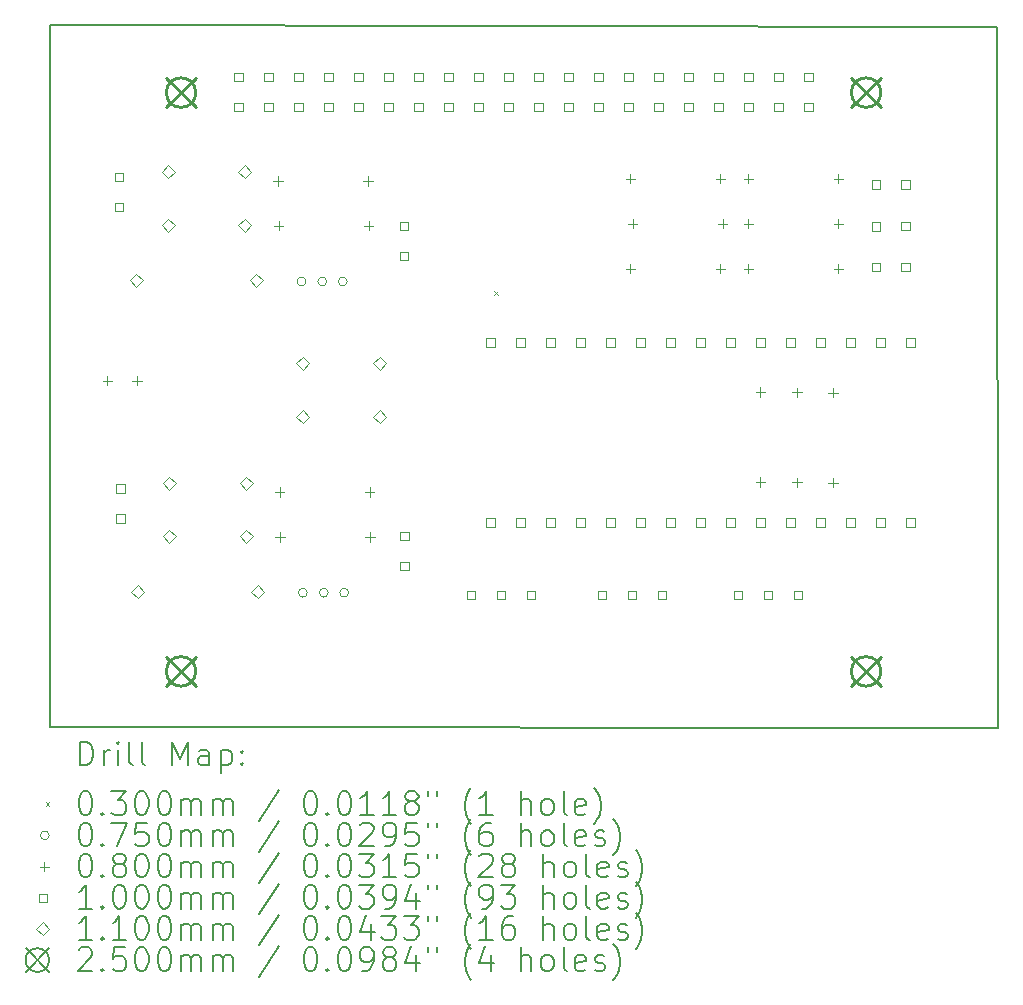
<source format=gbr>
%TF.GenerationSoftware,KiCad,Pcbnew,8.0.8*%
%TF.CreationDate,2025-05-09T16:41:32+03:00*%
%TF.ProjectId,Lick_Valves_final,4c69636b-5f56-4616-9c76-65735f66696e,rev?*%
%TF.SameCoordinates,Original*%
%TF.FileFunction,Drillmap*%
%TF.FilePolarity,Positive*%
%FSLAX45Y45*%
G04 Gerber Fmt 4.5, Leading zero omitted, Abs format (unit mm)*
G04 Created by KiCad (PCBNEW 8.0.8) date 2025-05-09 16:41:32*
%MOMM*%
%LPD*%
G01*
G04 APERTURE LIST*
%ADD10C,0.150000*%
%ADD11C,0.200000*%
%ADD12C,0.100000*%
%ADD13C,0.110000*%
%ADD14C,0.250000*%
G04 APERTURE END LIST*
D10*
X11019000Y-7995000D02*
X3001000Y-7979000D01*
X3001000Y-13926000D02*
X11025000Y-13930000D01*
X3001000Y-7979000D02*
X3001000Y-13926000D01*
X11025000Y-13930000D02*
X11019000Y-7995000D01*
D11*
D12*
X6760000Y-10235000D02*
X6790000Y-10265000D01*
X6790000Y-10235000D02*
X6760000Y-10265000D01*
X5167000Y-10152000D02*
G75*
G02*
X5092000Y-10152000I-37500J0D01*
G01*
X5092000Y-10152000D02*
G75*
G02*
X5167000Y-10152000I37500J0D01*
G01*
X5178500Y-12787000D02*
G75*
G02*
X5103500Y-12787000I-37500J0D01*
G01*
X5103500Y-12787000D02*
G75*
G02*
X5178500Y-12787000I37500J0D01*
G01*
X5344000Y-10152000D02*
G75*
G02*
X5269000Y-10152000I-37500J0D01*
G01*
X5269000Y-10152000D02*
G75*
G02*
X5344000Y-10152000I37500J0D01*
G01*
X5355500Y-12787000D02*
G75*
G02*
X5280500Y-12787000I-37500J0D01*
G01*
X5280500Y-12787000D02*
G75*
G02*
X5355500Y-12787000I37500J0D01*
G01*
X5517000Y-10152000D02*
G75*
G02*
X5442000Y-10152000I-37500J0D01*
G01*
X5442000Y-10152000D02*
G75*
G02*
X5517000Y-10152000I37500J0D01*
G01*
X5528500Y-12787000D02*
G75*
G02*
X5453500Y-12787000I-37500J0D01*
G01*
X5453500Y-12787000D02*
G75*
G02*
X5528500Y-12787000I37500J0D01*
G01*
X3487000Y-10951000D02*
X3487000Y-11031000D01*
X3447000Y-10991000D02*
X3527000Y-10991000D01*
X3737000Y-10951000D02*
X3737000Y-11031000D01*
X3697000Y-10991000D02*
X3777000Y-10991000D01*
X4932500Y-9260000D02*
X4932500Y-9340000D01*
X4892500Y-9300000D02*
X4972500Y-9300000D01*
X4937500Y-9640000D02*
X4937500Y-9720000D01*
X4897500Y-9680000D02*
X4977500Y-9680000D01*
X4944000Y-11895000D02*
X4944000Y-11975000D01*
X4904000Y-11935000D02*
X4984000Y-11935000D01*
X4949000Y-12275000D02*
X4949000Y-12355000D01*
X4909000Y-12315000D02*
X4989000Y-12315000D01*
X5694500Y-9260000D02*
X5694500Y-9340000D01*
X5654500Y-9300000D02*
X5734500Y-9300000D01*
X5699500Y-9640000D02*
X5699500Y-9720000D01*
X5659500Y-9680000D02*
X5739500Y-9680000D01*
X5706000Y-11895000D02*
X5706000Y-11975000D01*
X5666000Y-11935000D02*
X5746000Y-11935000D01*
X5711000Y-12275000D02*
X5711000Y-12355000D01*
X5671000Y-12315000D02*
X5751000Y-12315000D01*
X7914000Y-9241000D02*
X7914000Y-9321000D01*
X7874000Y-9281000D02*
X7954000Y-9281000D01*
X7914000Y-10003000D02*
X7914000Y-10083000D01*
X7874000Y-10043000D02*
X7954000Y-10043000D01*
X7933000Y-9622000D02*
X7933000Y-9702000D01*
X7893000Y-9662000D02*
X7973000Y-9662000D01*
X8676000Y-9241000D02*
X8676000Y-9321000D01*
X8636000Y-9281000D02*
X8716000Y-9281000D01*
X8676000Y-10003000D02*
X8676000Y-10083000D01*
X8636000Y-10043000D02*
X8716000Y-10043000D01*
X8695000Y-9622000D02*
X8695000Y-9702000D01*
X8655000Y-9662000D02*
X8735000Y-9662000D01*
X8914000Y-9241000D02*
X8914000Y-9321000D01*
X8874000Y-9281000D02*
X8954000Y-9281000D01*
X8914000Y-9622000D02*
X8914000Y-9702000D01*
X8874000Y-9662000D02*
X8954000Y-9662000D01*
X8914000Y-10003000D02*
X8914000Y-10083000D01*
X8874000Y-10043000D02*
X8954000Y-10043000D01*
X9014000Y-11049000D02*
X9014000Y-11129000D01*
X8974000Y-11089000D02*
X9054000Y-11089000D01*
X9014000Y-11811000D02*
X9014000Y-11891000D01*
X8974000Y-11851000D02*
X9054000Y-11851000D01*
X9324000Y-11051000D02*
X9324000Y-11131000D01*
X9284000Y-11091000D02*
X9364000Y-11091000D01*
X9324000Y-11813000D02*
X9324000Y-11893000D01*
X9284000Y-11853000D02*
X9364000Y-11853000D01*
X9630000Y-11053000D02*
X9630000Y-11133000D01*
X9590000Y-11093000D02*
X9670000Y-11093000D01*
X9630000Y-11815000D02*
X9630000Y-11895000D01*
X9590000Y-11855000D02*
X9670000Y-11855000D01*
X9676000Y-9241000D02*
X9676000Y-9321000D01*
X9636000Y-9281000D02*
X9716000Y-9281000D01*
X9676000Y-9622000D02*
X9676000Y-9702000D01*
X9636000Y-9662000D02*
X9716000Y-9662000D01*
X9676000Y-10003000D02*
X9676000Y-10083000D01*
X9636000Y-10043000D02*
X9716000Y-10043000D01*
X3620856Y-9304356D02*
X3620856Y-9233644D01*
X3550144Y-9233644D01*
X3550144Y-9304356D01*
X3620856Y-9304356D01*
X3620856Y-9558356D02*
X3620856Y-9487644D01*
X3550144Y-9487644D01*
X3550144Y-9558356D01*
X3620856Y-9558356D01*
X3632356Y-11939356D02*
X3632356Y-11868644D01*
X3561644Y-11868644D01*
X3561644Y-11939356D01*
X3632356Y-11939356D01*
X3632356Y-12193356D02*
X3632356Y-12122644D01*
X3561644Y-12122644D01*
X3561644Y-12193356D01*
X3632356Y-12193356D01*
X4631356Y-8456356D02*
X4631356Y-8385644D01*
X4560644Y-8385644D01*
X4560644Y-8456356D01*
X4631356Y-8456356D01*
X4631356Y-8710356D02*
X4631356Y-8639644D01*
X4560644Y-8639644D01*
X4560644Y-8710356D01*
X4631356Y-8710356D01*
X4885356Y-8456356D02*
X4885356Y-8385644D01*
X4814644Y-8385644D01*
X4814644Y-8456356D01*
X4885356Y-8456356D01*
X4885356Y-8710356D02*
X4885356Y-8639644D01*
X4814644Y-8639644D01*
X4814644Y-8710356D01*
X4885356Y-8710356D01*
X5139356Y-8456356D02*
X5139356Y-8385644D01*
X5068644Y-8385644D01*
X5068644Y-8456356D01*
X5139356Y-8456356D01*
X5139356Y-8710356D02*
X5139356Y-8639644D01*
X5068644Y-8639644D01*
X5068644Y-8710356D01*
X5139356Y-8710356D01*
X5393356Y-8456356D02*
X5393356Y-8385644D01*
X5322644Y-8385644D01*
X5322644Y-8456356D01*
X5393356Y-8456356D01*
X5393356Y-8710356D02*
X5393356Y-8639644D01*
X5322644Y-8639644D01*
X5322644Y-8710356D01*
X5393356Y-8710356D01*
X5647356Y-8456356D02*
X5647356Y-8385644D01*
X5576644Y-8385644D01*
X5576644Y-8456356D01*
X5647356Y-8456356D01*
X5647356Y-8710356D02*
X5647356Y-8639644D01*
X5576644Y-8639644D01*
X5576644Y-8710356D01*
X5647356Y-8710356D01*
X5901356Y-8456356D02*
X5901356Y-8385644D01*
X5830644Y-8385644D01*
X5830644Y-8456356D01*
X5901356Y-8456356D01*
X5901356Y-8710356D02*
X5901356Y-8639644D01*
X5830644Y-8639644D01*
X5830644Y-8710356D01*
X5901356Y-8710356D01*
X6033356Y-9715356D02*
X6033356Y-9644644D01*
X5962644Y-9644644D01*
X5962644Y-9715356D01*
X6033356Y-9715356D01*
X6033356Y-9969356D02*
X6033356Y-9898644D01*
X5962644Y-9898644D01*
X5962644Y-9969356D01*
X6033356Y-9969356D01*
X6038106Y-12344856D02*
X6038106Y-12274144D01*
X5967394Y-12274144D01*
X5967394Y-12344856D01*
X6038106Y-12344856D01*
X6038106Y-12598856D02*
X6038106Y-12528144D01*
X5967394Y-12528144D01*
X5967394Y-12598856D01*
X6038106Y-12598856D01*
X6155356Y-8456356D02*
X6155356Y-8385644D01*
X6084644Y-8385644D01*
X6084644Y-8456356D01*
X6155356Y-8456356D01*
X6155356Y-8710356D02*
X6155356Y-8639644D01*
X6084644Y-8639644D01*
X6084644Y-8710356D01*
X6155356Y-8710356D01*
X6409356Y-8456356D02*
X6409356Y-8385644D01*
X6338644Y-8385644D01*
X6338644Y-8456356D01*
X6409356Y-8456356D01*
X6409356Y-8710356D02*
X6409356Y-8639644D01*
X6338644Y-8639644D01*
X6338644Y-8710356D01*
X6409356Y-8710356D01*
X6597856Y-12841356D02*
X6597856Y-12770644D01*
X6527144Y-12770644D01*
X6527144Y-12841356D01*
X6597856Y-12841356D01*
X6663356Y-8456356D02*
X6663356Y-8385644D01*
X6592644Y-8385644D01*
X6592644Y-8456356D01*
X6663356Y-8456356D01*
X6663356Y-8710356D02*
X6663356Y-8639644D01*
X6592644Y-8639644D01*
X6592644Y-8710356D01*
X6663356Y-8710356D01*
X6766356Y-10704356D02*
X6766356Y-10633644D01*
X6695644Y-10633644D01*
X6695644Y-10704356D01*
X6766356Y-10704356D01*
X6766356Y-12228356D02*
X6766356Y-12157644D01*
X6695644Y-12157644D01*
X6695644Y-12228356D01*
X6766356Y-12228356D01*
X6851856Y-12841356D02*
X6851856Y-12770644D01*
X6781144Y-12770644D01*
X6781144Y-12841356D01*
X6851856Y-12841356D01*
X6917356Y-8456356D02*
X6917356Y-8385644D01*
X6846644Y-8385644D01*
X6846644Y-8456356D01*
X6917356Y-8456356D01*
X6917356Y-8710356D02*
X6917356Y-8639644D01*
X6846644Y-8639644D01*
X6846644Y-8710356D01*
X6917356Y-8710356D01*
X7020356Y-10704356D02*
X7020356Y-10633644D01*
X6949644Y-10633644D01*
X6949644Y-10704356D01*
X7020356Y-10704356D01*
X7020356Y-12228356D02*
X7020356Y-12157644D01*
X6949644Y-12157644D01*
X6949644Y-12228356D01*
X7020356Y-12228356D01*
X7105856Y-12841356D02*
X7105856Y-12770644D01*
X7035144Y-12770644D01*
X7035144Y-12841356D01*
X7105856Y-12841356D01*
X7171356Y-8456356D02*
X7171356Y-8385644D01*
X7100644Y-8385644D01*
X7100644Y-8456356D01*
X7171356Y-8456356D01*
X7171356Y-8710356D02*
X7171356Y-8639644D01*
X7100644Y-8639644D01*
X7100644Y-8710356D01*
X7171356Y-8710356D01*
X7274356Y-10704356D02*
X7274356Y-10633644D01*
X7203644Y-10633644D01*
X7203644Y-10704356D01*
X7274356Y-10704356D01*
X7274356Y-12228356D02*
X7274356Y-12157644D01*
X7203644Y-12157644D01*
X7203644Y-12228356D01*
X7274356Y-12228356D01*
X7425356Y-8456356D02*
X7425356Y-8385644D01*
X7354644Y-8385644D01*
X7354644Y-8456356D01*
X7425356Y-8456356D01*
X7425356Y-8710356D02*
X7425356Y-8639644D01*
X7354644Y-8639644D01*
X7354644Y-8710356D01*
X7425356Y-8710356D01*
X7528356Y-10704356D02*
X7528356Y-10633644D01*
X7457644Y-10633644D01*
X7457644Y-10704356D01*
X7528356Y-10704356D01*
X7528356Y-12228356D02*
X7528356Y-12157644D01*
X7457644Y-12157644D01*
X7457644Y-12228356D01*
X7528356Y-12228356D01*
X7679356Y-8456356D02*
X7679356Y-8385644D01*
X7608644Y-8385644D01*
X7608644Y-8456356D01*
X7679356Y-8456356D01*
X7679356Y-8710356D02*
X7679356Y-8639644D01*
X7608644Y-8639644D01*
X7608644Y-8710356D01*
X7679356Y-8710356D01*
X7706856Y-12840356D02*
X7706856Y-12769644D01*
X7636144Y-12769644D01*
X7636144Y-12840356D01*
X7706856Y-12840356D01*
X7782356Y-10704356D02*
X7782356Y-10633644D01*
X7711644Y-10633644D01*
X7711644Y-10704356D01*
X7782356Y-10704356D01*
X7782356Y-12228356D02*
X7782356Y-12157644D01*
X7711644Y-12157644D01*
X7711644Y-12228356D01*
X7782356Y-12228356D01*
X7933356Y-8456356D02*
X7933356Y-8385644D01*
X7862644Y-8385644D01*
X7862644Y-8456356D01*
X7933356Y-8456356D01*
X7933356Y-8710356D02*
X7933356Y-8639644D01*
X7862644Y-8639644D01*
X7862644Y-8710356D01*
X7933356Y-8710356D01*
X7960856Y-12840356D02*
X7960856Y-12769644D01*
X7890144Y-12769644D01*
X7890144Y-12840356D01*
X7960856Y-12840356D01*
X8036356Y-10704356D02*
X8036356Y-10633644D01*
X7965644Y-10633644D01*
X7965644Y-10704356D01*
X8036356Y-10704356D01*
X8036356Y-12228356D02*
X8036356Y-12157644D01*
X7965644Y-12157644D01*
X7965644Y-12228356D01*
X8036356Y-12228356D01*
X8187356Y-8456356D02*
X8187356Y-8385644D01*
X8116644Y-8385644D01*
X8116644Y-8456356D01*
X8187356Y-8456356D01*
X8187356Y-8710356D02*
X8187356Y-8639644D01*
X8116644Y-8639644D01*
X8116644Y-8710356D01*
X8187356Y-8710356D01*
X8214856Y-12840356D02*
X8214856Y-12769644D01*
X8144144Y-12769644D01*
X8144144Y-12840356D01*
X8214856Y-12840356D01*
X8290356Y-10704356D02*
X8290356Y-10633644D01*
X8219644Y-10633644D01*
X8219644Y-10704356D01*
X8290356Y-10704356D01*
X8290356Y-12228356D02*
X8290356Y-12157644D01*
X8219644Y-12157644D01*
X8219644Y-12228356D01*
X8290356Y-12228356D01*
X8441356Y-8456356D02*
X8441356Y-8385644D01*
X8370644Y-8385644D01*
X8370644Y-8456356D01*
X8441356Y-8456356D01*
X8441356Y-8710356D02*
X8441356Y-8639644D01*
X8370644Y-8639644D01*
X8370644Y-8710356D01*
X8441356Y-8710356D01*
X8544356Y-10704356D02*
X8544356Y-10633644D01*
X8473644Y-10633644D01*
X8473644Y-10704356D01*
X8544356Y-10704356D01*
X8544356Y-12228356D02*
X8544356Y-12157644D01*
X8473644Y-12157644D01*
X8473644Y-12228356D01*
X8544356Y-12228356D01*
X8695356Y-8456356D02*
X8695356Y-8385644D01*
X8624644Y-8385644D01*
X8624644Y-8456356D01*
X8695356Y-8456356D01*
X8695356Y-8710356D02*
X8695356Y-8639644D01*
X8624644Y-8639644D01*
X8624644Y-8710356D01*
X8695356Y-8710356D01*
X8798356Y-10704356D02*
X8798356Y-10633644D01*
X8727644Y-10633644D01*
X8727644Y-10704356D01*
X8798356Y-10704356D01*
X8798356Y-12228356D02*
X8798356Y-12157644D01*
X8727644Y-12157644D01*
X8727644Y-12228356D01*
X8798356Y-12228356D01*
X8863356Y-12844356D02*
X8863356Y-12773644D01*
X8792644Y-12773644D01*
X8792644Y-12844356D01*
X8863356Y-12844356D01*
X8949356Y-8456356D02*
X8949356Y-8385644D01*
X8878644Y-8385644D01*
X8878644Y-8456356D01*
X8949356Y-8456356D01*
X8949356Y-8710356D02*
X8949356Y-8639644D01*
X8878644Y-8639644D01*
X8878644Y-8710356D01*
X8949356Y-8710356D01*
X9052356Y-10704356D02*
X9052356Y-10633644D01*
X8981644Y-10633644D01*
X8981644Y-10704356D01*
X9052356Y-10704356D01*
X9052356Y-12228356D02*
X9052356Y-12157644D01*
X8981644Y-12157644D01*
X8981644Y-12228356D01*
X9052356Y-12228356D01*
X9117356Y-12844356D02*
X9117356Y-12773644D01*
X9046644Y-12773644D01*
X9046644Y-12844356D01*
X9117356Y-12844356D01*
X9203356Y-8456356D02*
X9203356Y-8385644D01*
X9132644Y-8385644D01*
X9132644Y-8456356D01*
X9203356Y-8456356D01*
X9203356Y-8710356D02*
X9203356Y-8639644D01*
X9132644Y-8639644D01*
X9132644Y-8710356D01*
X9203356Y-8710356D01*
X9306356Y-10704356D02*
X9306356Y-10633644D01*
X9235644Y-10633644D01*
X9235644Y-10704356D01*
X9306356Y-10704356D01*
X9306356Y-12228356D02*
X9306356Y-12157644D01*
X9235644Y-12157644D01*
X9235644Y-12228356D01*
X9306356Y-12228356D01*
X9371356Y-12844356D02*
X9371356Y-12773644D01*
X9300644Y-12773644D01*
X9300644Y-12844356D01*
X9371356Y-12844356D01*
X9457356Y-8456356D02*
X9457356Y-8385644D01*
X9386644Y-8385644D01*
X9386644Y-8456356D01*
X9457356Y-8456356D01*
X9457356Y-8710356D02*
X9457356Y-8639644D01*
X9386644Y-8639644D01*
X9386644Y-8710356D01*
X9457356Y-8710356D01*
X9560356Y-10704356D02*
X9560356Y-10633644D01*
X9489644Y-10633644D01*
X9489644Y-10704356D01*
X9560356Y-10704356D01*
X9560356Y-12228356D02*
X9560356Y-12157644D01*
X9489644Y-12157644D01*
X9489644Y-12228356D01*
X9560356Y-12228356D01*
X9814356Y-10704356D02*
X9814356Y-10633644D01*
X9743644Y-10633644D01*
X9743644Y-10704356D01*
X9814356Y-10704356D01*
X9814356Y-12228356D02*
X9814356Y-12157644D01*
X9743644Y-12157644D01*
X9743644Y-12228356D01*
X9814356Y-12228356D01*
X10031356Y-9367356D02*
X10031356Y-9296644D01*
X9960644Y-9296644D01*
X9960644Y-9367356D01*
X10031356Y-9367356D01*
X10031356Y-9721356D02*
X10031356Y-9650644D01*
X9960644Y-9650644D01*
X9960644Y-9721356D01*
X10031356Y-9721356D01*
X10031356Y-10067356D02*
X10031356Y-9996644D01*
X9960644Y-9996644D01*
X9960644Y-10067356D01*
X10031356Y-10067356D01*
X10068356Y-10704356D02*
X10068356Y-10633644D01*
X9997644Y-10633644D01*
X9997644Y-10704356D01*
X10068356Y-10704356D01*
X10068356Y-12228356D02*
X10068356Y-12157644D01*
X9997644Y-12157644D01*
X9997644Y-12228356D01*
X10068356Y-12228356D01*
X10279356Y-9366356D02*
X10279356Y-9295644D01*
X10208644Y-9295644D01*
X10208644Y-9366356D01*
X10279356Y-9366356D01*
X10279356Y-9720356D02*
X10279356Y-9649644D01*
X10208644Y-9649644D01*
X10208644Y-9720356D01*
X10279356Y-9720356D01*
X10279356Y-10066356D02*
X10279356Y-9995644D01*
X10208644Y-9995644D01*
X10208644Y-10066356D01*
X10279356Y-10066356D01*
X10322356Y-10704356D02*
X10322356Y-10633644D01*
X10251644Y-10633644D01*
X10251644Y-10704356D01*
X10322356Y-10704356D01*
X10322356Y-12228356D02*
X10322356Y-12157644D01*
X10251644Y-12157644D01*
X10251644Y-12228356D01*
X10322356Y-12228356D01*
D13*
X3732000Y-10197000D02*
X3787000Y-10142000D01*
X3732000Y-10087000D01*
X3677000Y-10142000D01*
X3732000Y-10197000D01*
X3743500Y-12832000D02*
X3798500Y-12777000D01*
X3743500Y-12722000D01*
X3688500Y-12777000D01*
X3743500Y-12832000D01*
X4000500Y-9279000D02*
X4055500Y-9224000D01*
X4000500Y-9169000D01*
X3945500Y-9224000D01*
X4000500Y-9279000D01*
X4000500Y-9729000D02*
X4055500Y-9674000D01*
X4000500Y-9619000D01*
X3945500Y-9674000D01*
X4000500Y-9729000D01*
X4012000Y-11914000D02*
X4067000Y-11859000D01*
X4012000Y-11804000D01*
X3957000Y-11859000D01*
X4012000Y-11914000D01*
X4012000Y-12364000D02*
X4067000Y-12309000D01*
X4012000Y-12254000D01*
X3957000Y-12309000D01*
X4012000Y-12364000D01*
X4650500Y-9279000D02*
X4705500Y-9224000D01*
X4650500Y-9169000D01*
X4595500Y-9224000D01*
X4650500Y-9279000D01*
X4650500Y-9729000D02*
X4705500Y-9674000D01*
X4650500Y-9619000D01*
X4595500Y-9674000D01*
X4650500Y-9729000D01*
X4662000Y-11914000D02*
X4717000Y-11859000D01*
X4662000Y-11804000D01*
X4607000Y-11859000D01*
X4662000Y-11914000D01*
X4662000Y-12364000D02*
X4717000Y-12309000D01*
X4662000Y-12254000D01*
X4607000Y-12309000D01*
X4662000Y-12364000D01*
X4748000Y-10197000D02*
X4803000Y-10142000D01*
X4748000Y-10087000D01*
X4693000Y-10142000D01*
X4748000Y-10197000D01*
X4759500Y-12832000D02*
X4814500Y-12777000D01*
X4759500Y-12722000D01*
X4704500Y-12777000D01*
X4759500Y-12832000D01*
X5142000Y-10901000D02*
X5197000Y-10846000D01*
X5142000Y-10791000D01*
X5087000Y-10846000D01*
X5142000Y-10901000D01*
X5142000Y-11351000D02*
X5197000Y-11296000D01*
X5142000Y-11241000D01*
X5087000Y-11296000D01*
X5142000Y-11351000D01*
X5792000Y-10901000D02*
X5847000Y-10846000D01*
X5792000Y-10791000D01*
X5737000Y-10846000D01*
X5792000Y-10901000D01*
X5792000Y-11351000D02*
X5847000Y-11296000D01*
X5792000Y-11241000D01*
X5737000Y-11296000D01*
X5792000Y-11351000D01*
D14*
X3985000Y-8428000D02*
X4235000Y-8678000D01*
X4235000Y-8428000D02*
X3985000Y-8678000D01*
X4235000Y-8553000D02*
G75*
G02*
X3985000Y-8553000I-125000J0D01*
G01*
X3985000Y-8553000D02*
G75*
G02*
X4235000Y-8553000I125000J0D01*
G01*
X3985000Y-13328000D02*
X4235000Y-13578000D01*
X4235000Y-13328000D02*
X3985000Y-13578000D01*
X4235000Y-13453000D02*
G75*
G02*
X3985000Y-13453000I-125000J0D01*
G01*
X3985000Y-13453000D02*
G75*
G02*
X4235000Y-13453000I125000J0D01*
G01*
X9785000Y-8428000D02*
X10035000Y-8678000D01*
X10035000Y-8428000D02*
X9785000Y-8678000D01*
X10035000Y-8553000D02*
G75*
G02*
X9785000Y-8553000I-125000J0D01*
G01*
X9785000Y-8553000D02*
G75*
G02*
X10035000Y-8553000I125000J0D01*
G01*
X9785000Y-13328000D02*
X10035000Y-13578000D01*
X10035000Y-13328000D02*
X9785000Y-13578000D01*
X10035000Y-13453000D02*
G75*
G02*
X9785000Y-13453000I-125000J0D01*
G01*
X9785000Y-13453000D02*
G75*
G02*
X10035000Y-13453000I125000J0D01*
G01*
D11*
X3254277Y-14248984D02*
X3254277Y-14048984D01*
X3254277Y-14048984D02*
X3301896Y-14048984D01*
X3301896Y-14048984D02*
X3330467Y-14058508D01*
X3330467Y-14058508D02*
X3349515Y-14077555D01*
X3349515Y-14077555D02*
X3359039Y-14096603D01*
X3359039Y-14096603D02*
X3368562Y-14134698D01*
X3368562Y-14134698D02*
X3368562Y-14163269D01*
X3368562Y-14163269D02*
X3359039Y-14201365D01*
X3359039Y-14201365D02*
X3349515Y-14220412D01*
X3349515Y-14220412D02*
X3330467Y-14239460D01*
X3330467Y-14239460D02*
X3301896Y-14248984D01*
X3301896Y-14248984D02*
X3254277Y-14248984D01*
X3454277Y-14248984D02*
X3454277Y-14115650D01*
X3454277Y-14153746D02*
X3463801Y-14134698D01*
X3463801Y-14134698D02*
X3473324Y-14125174D01*
X3473324Y-14125174D02*
X3492372Y-14115650D01*
X3492372Y-14115650D02*
X3511420Y-14115650D01*
X3578086Y-14248984D02*
X3578086Y-14115650D01*
X3578086Y-14048984D02*
X3568562Y-14058508D01*
X3568562Y-14058508D02*
X3578086Y-14068031D01*
X3578086Y-14068031D02*
X3587610Y-14058508D01*
X3587610Y-14058508D02*
X3578086Y-14048984D01*
X3578086Y-14048984D02*
X3578086Y-14068031D01*
X3701896Y-14248984D02*
X3682848Y-14239460D01*
X3682848Y-14239460D02*
X3673324Y-14220412D01*
X3673324Y-14220412D02*
X3673324Y-14048984D01*
X3806658Y-14248984D02*
X3787610Y-14239460D01*
X3787610Y-14239460D02*
X3778086Y-14220412D01*
X3778086Y-14220412D02*
X3778086Y-14048984D01*
X4035229Y-14248984D02*
X4035229Y-14048984D01*
X4035229Y-14048984D02*
X4101896Y-14191841D01*
X4101896Y-14191841D02*
X4168562Y-14048984D01*
X4168562Y-14048984D02*
X4168562Y-14248984D01*
X4349515Y-14248984D02*
X4349515Y-14144222D01*
X4349515Y-14144222D02*
X4339991Y-14125174D01*
X4339991Y-14125174D02*
X4320944Y-14115650D01*
X4320944Y-14115650D02*
X4282848Y-14115650D01*
X4282848Y-14115650D02*
X4263801Y-14125174D01*
X4349515Y-14239460D02*
X4330467Y-14248984D01*
X4330467Y-14248984D02*
X4282848Y-14248984D01*
X4282848Y-14248984D02*
X4263801Y-14239460D01*
X4263801Y-14239460D02*
X4254277Y-14220412D01*
X4254277Y-14220412D02*
X4254277Y-14201365D01*
X4254277Y-14201365D02*
X4263801Y-14182317D01*
X4263801Y-14182317D02*
X4282848Y-14172793D01*
X4282848Y-14172793D02*
X4330467Y-14172793D01*
X4330467Y-14172793D02*
X4349515Y-14163269D01*
X4444753Y-14115650D02*
X4444753Y-14315650D01*
X4444753Y-14125174D02*
X4463801Y-14115650D01*
X4463801Y-14115650D02*
X4501896Y-14115650D01*
X4501896Y-14115650D02*
X4520944Y-14125174D01*
X4520944Y-14125174D02*
X4530467Y-14134698D01*
X4530467Y-14134698D02*
X4539991Y-14153746D01*
X4539991Y-14153746D02*
X4539991Y-14210888D01*
X4539991Y-14210888D02*
X4530467Y-14229936D01*
X4530467Y-14229936D02*
X4520944Y-14239460D01*
X4520944Y-14239460D02*
X4501896Y-14248984D01*
X4501896Y-14248984D02*
X4463801Y-14248984D01*
X4463801Y-14248984D02*
X4444753Y-14239460D01*
X4625705Y-14229936D02*
X4635229Y-14239460D01*
X4635229Y-14239460D02*
X4625705Y-14248984D01*
X4625705Y-14248984D02*
X4616182Y-14239460D01*
X4616182Y-14239460D02*
X4625705Y-14229936D01*
X4625705Y-14229936D02*
X4625705Y-14248984D01*
X4625705Y-14125174D02*
X4635229Y-14134698D01*
X4635229Y-14134698D02*
X4625705Y-14144222D01*
X4625705Y-14144222D02*
X4616182Y-14134698D01*
X4616182Y-14134698D02*
X4625705Y-14125174D01*
X4625705Y-14125174D02*
X4625705Y-14144222D01*
D12*
X2963500Y-14562500D02*
X2993500Y-14592500D01*
X2993500Y-14562500D02*
X2963500Y-14592500D01*
D11*
X3292372Y-14468984D02*
X3311420Y-14468984D01*
X3311420Y-14468984D02*
X3330467Y-14478508D01*
X3330467Y-14478508D02*
X3339991Y-14488031D01*
X3339991Y-14488031D02*
X3349515Y-14507079D01*
X3349515Y-14507079D02*
X3359039Y-14545174D01*
X3359039Y-14545174D02*
X3359039Y-14592793D01*
X3359039Y-14592793D02*
X3349515Y-14630888D01*
X3349515Y-14630888D02*
X3339991Y-14649936D01*
X3339991Y-14649936D02*
X3330467Y-14659460D01*
X3330467Y-14659460D02*
X3311420Y-14668984D01*
X3311420Y-14668984D02*
X3292372Y-14668984D01*
X3292372Y-14668984D02*
X3273324Y-14659460D01*
X3273324Y-14659460D02*
X3263801Y-14649936D01*
X3263801Y-14649936D02*
X3254277Y-14630888D01*
X3254277Y-14630888D02*
X3244753Y-14592793D01*
X3244753Y-14592793D02*
X3244753Y-14545174D01*
X3244753Y-14545174D02*
X3254277Y-14507079D01*
X3254277Y-14507079D02*
X3263801Y-14488031D01*
X3263801Y-14488031D02*
X3273324Y-14478508D01*
X3273324Y-14478508D02*
X3292372Y-14468984D01*
X3444753Y-14649936D02*
X3454277Y-14659460D01*
X3454277Y-14659460D02*
X3444753Y-14668984D01*
X3444753Y-14668984D02*
X3435229Y-14659460D01*
X3435229Y-14659460D02*
X3444753Y-14649936D01*
X3444753Y-14649936D02*
X3444753Y-14668984D01*
X3520943Y-14468984D02*
X3644753Y-14468984D01*
X3644753Y-14468984D02*
X3578086Y-14545174D01*
X3578086Y-14545174D02*
X3606658Y-14545174D01*
X3606658Y-14545174D02*
X3625705Y-14554698D01*
X3625705Y-14554698D02*
X3635229Y-14564222D01*
X3635229Y-14564222D02*
X3644753Y-14583269D01*
X3644753Y-14583269D02*
X3644753Y-14630888D01*
X3644753Y-14630888D02*
X3635229Y-14649936D01*
X3635229Y-14649936D02*
X3625705Y-14659460D01*
X3625705Y-14659460D02*
X3606658Y-14668984D01*
X3606658Y-14668984D02*
X3549515Y-14668984D01*
X3549515Y-14668984D02*
X3530467Y-14659460D01*
X3530467Y-14659460D02*
X3520943Y-14649936D01*
X3768562Y-14468984D02*
X3787610Y-14468984D01*
X3787610Y-14468984D02*
X3806658Y-14478508D01*
X3806658Y-14478508D02*
X3816182Y-14488031D01*
X3816182Y-14488031D02*
X3825705Y-14507079D01*
X3825705Y-14507079D02*
X3835229Y-14545174D01*
X3835229Y-14545174D02*
X3835229Y-14592793D01*
X3835229Y-14592793D02*
X3825705Y-14630888D01*
X3825705Y-14630888D02*
X3816182Y-14649936D01*
X3816182Y-14649936D02*
X3806658Y-14659460D01*
X3806658Y-14659460D02*
X3787610Y-14668984D01*
X3787610Y-14668984D02*
X3768562Y-14668984D01*
X3768562Y-14668984D02*
X3749515Y-14659460D01*
X3749515Y-14659460D02*
X3739991Y-14649936D01*
X3739991Y-14649936D02*
X3730467Y-14630888D01*
X3730467Y-14630888D02*
X3720943Y-14592793D01*
X3720943Y-14592793D02*
X3720943Y-14545174D01*
X3720943Y-14545174D02*
X3730467Y-14507079D01*
X3730467Y-14507079D02*
X3739991Y-14488031D01*
X3739991Y-14488031D02*
X3749515Y-14478508D01*
X3749515Y-14478508D02*
X3768562Y-14468984D01*
X3959039Y-14468984D02*
X3978086Y-14468984D01*
X3978086Y-14468984D02*
X3997134Y-14478508D01*
X3997134Y-14478508D02*
X4006658Y-14488031D01*
X4006658Y-14488031D02*
X4016182Y-14507079D01*
X4016182Y-14507079D02*
X4025705Y-14545174D01*
X4025705Y-14545174D02*
X4025705Y-14592793D01*
X4025705Y-14592793D02*
X4016182Y-14630888D01*
X4016182Y-14630888D02*
X4006658Y-14649936D01*
X4006658Y-14649936D02*
X3997134Y-14659460D01*
X3997134Y-14659460D02*
X3978086Y-14668984D01*
X3978086Y-14668984D02*
X3959039Y-14668984D01*
X3959039Y-14668984D02*
X3939991Y-14659460D01*
X3939991Y-14659460D02*
X3930467Y-14649936D01*
X3930467Y-14649936D02*
X3920943Y-14630888D01*
X3920943Y-14630888D02*
X3911420Y-14592793D01*
X3911420Y-14592793D02*
X3911420Y-14545174D01*
X3911420Y-14545174D02*
X3920943Y-14507079D01*
X3920943Y-14507079D02*
X3930467Y-14488031D01*
X3930467Y-14488031D02*
X3939991Y-14478508D01*
X3939991Y-14478508D02*
X3959039Y-14468984D01*
X4111420Y-14668984D02*
X4111420Y-14535650D01*
X4111420Y-14554698D02*
X4120943Y-14545174D01*
X4120943Y-14545174D02*
X4139991Y-14535650D01*
X4139991Y-14535650D02*
X4168563Y-14535650D01*
X4168563Y-14535650D02*
X4187610Y-14545174D01*
X4187610Y-14545174D02*
X4197134Y-14564222D01*
X4197134Y-14564222D02*
X4197134Y-14668984D01*
X4197134Y-14564222D02*
X4206658Y-14545174D01*
X4206658Y-14545174D02*
X4225705Y-14535650D01*
X4225705Y-14535650D02*
X4254277Y-14535650D01*
X4254277Y-14535650D02*
X4273325Y-14545174D01*
X4273325Y-14545174D02*
X4282848Y-14564222D01*
X4282848Y-14564222D02*
X4282848Y-14668984D01*
X4378086Y-14668984D02*
X4378086Y-14535650D01*
X4378086Y-14554698D02*
X4387610Y-14545174D01*
X4387610Y-14545174D02*
X4406658Y-14535650D01*
X4406658Y-14535650D02*
X4435229Y-14535650D01*
X4435229Y-14535650D02*
X4454277Y-14545174D01*
X4454277Y-14545174D02*
X4463801Y-14564222D01*
X4463801Y-14564222D02*
X4463801Y-14668984D01*
X4463801Y-14564222D02*
X4473325Y-14545174D01*
X4473325Y-14545174D02*
X4492372Y-14535650D01*
X4492372Y-14535650D02*
X4520944Y-14535650D01*
X4520944Y-14535650D02*
X4539991Y-14545174D01*
X4539991Y-14545174D02*
X4549515Y-14564222D01*
X4549515Y-14564222D02*
X4549515Y-14668984D01*
X4939991Y-14459460D02*
X4768563Y-14716603D01*
X5197134Y-14468984D02*
X5216182Y-14468984D01*
X5216182Y-14468984D02*
X5235229Y-14478508D01*
X5235229Y-14478508D02*
X5244753Y-14488031D01*
X5244753Y-14488031D02*
X5254277Y-14507079D01*
X5254277Y-14507079D02*
X5263801Y-14545174D01*
X5263801Y-14545174D02*
X5263801Y-14592793D01*
X5263801Y-14592793D02*
X5254277Y-14630888D01*
X5254277Y-14630888D02*
X5244753Y-14649936D01*
X5244753Y-14649936D02*
X5235229Y-14659460D01*
X5235229Y-14659460D02*
X5216182Y-14668984D01*
X5216182Y-14668984D02*
X5197134Y-14668984D01*
X5197134Y-14668984D02*
X5178087Y-14659460D01*
X5178087Y-14659460D02*
X5168563Y-14649936D01*
X5168563Y-14649936D02*
X5159039Y-14630888D01*
X5159039Y-14630888D02*
X5149515Y-14592793D01*
X5149515Y-14592793D02*
X5149515Y-14545174D01*
X5149515Y-14545174D02*
X5159039Y-14507079D01*
X5159039Y-14507079D02*
X5168563Y-14488031D01*
X5168563Y-14488031D02*
X5178087Y-14478508D01*
X5178087Y-14478508D02*
X5197134Y-14468984D01*
X5349515Y-14649936D02*
X5359039Y-14659460D01*
X5359039Y-14659460D02*
X5349515Y-14668984D01*
X5349515Y-14668984D02*
X5339991Y-14659460D01*
X5339991Y-14659460D02*
X5349515Y-14649936D01*
X5349515Y-14649936D02*
X5349515Y-14668984D01*
X5482848Y-14468984D02*
X5501896Y-14468984D01*
X5501896Y-14468984D02*
X5520944Y-14478508D01*
X5520944Y-14478508D02*
X5530468Y-14488031D01*
X5530468Y-14488031D02*
X5539991Y-14507079D01*
X5539991Y-14507079D02*
X5549515Y-14545174D01*
X5549515Y-14545174D02*
X5549515Y-14592793D01*
X5549515Y-14592793D02*
X5539991Y-14630888D01*
X5539991Y-14630888D02*
X5530468Y-14649936D01*
X5530468Y-14649936D02*
X5520944Y-14659460D01*
X5520944Y-14659460D02*
X5501896Y-14668984D01*
X5501896Y-14668984D02*
X5482848Y-14668984D01*
X5482848Y-14668984D02*
X5463801Y-14659460D01*
X5463801Y-14659460D02*
X5454277Y-14649936D01*
X5454277Y-14649936D02*
X5444753Y-14630888D01*
X5444753Y-14630888D02*
X5435229Y-14592793D01*
X5435229Y-14592793D02*
X5435229Y-14545174D01*
X5435229Y-14545174D02*
X5444753Y-14507079D01*
X5444753Y-14507079D02*
X5454277Y-14488031D01*
X5454277Y-14488031D02*
X5463801Y-14478508D01*
X5463801Y-14478508D02*
X5482848Y-14468984D01*
X5739991Y-14668984D02*
X5625706Y-14668984D01*
X5682848Y-14668984D02*
X5682848Y-14468984D01*
X5682848Y-14468984D02*
X5663801Y-14497555D01*
X5663801Y-14497555D02*
X5644753Y-14516603D01*
X5644753Y-14516603D02*
X5625706Y-14526127D01*
X5930467Y-14668984D02*
X5816182Y-14668984D01*
X5873325Y-14668984D02*
X5873325Y-14468984D01*
X5873325Y-14468984D02*
X5854277Y-14497555D01*
X5854277Y-14497555D02*
X5835229Y-14516603D01*
X5835229Y-14516603D02*
X5816182Y-14526127D01*
X6044753Y-14554698D02*
X6025706Y-14545174D01*
X6025706Y-14545174D02*
X6016182Y-14535650D01*
X6016182Y-14535650D02*
X6006658Y-14516603D01*
X6006658Y-14516603D02*
X6006658Y-14507079D01*
X6006658Y-14507079D02*
X6016182Y-14488031D01*
X6016182Y-14488031D02*
X6025706Y-14478508D01*
X6025706Y-14478508D02*
X6044753Y-14468984D01*
X6044753Y-14468984D02*
X6082848Y-14468984D01*
X6082848Y-14468984D02*
X6101896Y-14478508D01*
X6101896Y-14478508D02*
X6111420Y-14488031D01*
X6111420Y-14488031D02*
X6120944Y-14507079D01*
X6120944Y-14507079D02*
X6120944Y-14516603D01*
X6120944Y-14516603D02*
X6111420Y-14535650D01*
X6111420Y-14535650D02*
X6101896Y-14545174D01*
X6101896Y-14545174D02*
X6082848Y-14554698D01*
X6082848Y-14554698D02*
X6044753Y-14554698D01*
X6044753Y-14554698D02*
X6025706Y-14564222D01*
X6025706Y-14564222D02*
X6016182Y-14573746D01*
X6016182Y-14573746D02*
X6006658Y-14592793D01*
X6006658Y-14592793D02*
X6006658Y-14630888D01*
X6006658Y-14630888D02*
X6016182Y-14649936D01*
X6016182Y-14649936D02*
X6025706Y-14659460D01*
X6025706Y-14659460D02*
X6044753Y-14668984D01*
X6044753Y-14668984D02*
X6082848Y-14668984D01*
X6082848Y-14668984D02*
X6101896Y-14659460D01*
X6101896Y-14659460D02*
X6111420Y-14649936D01*
X6111420Y-14649936D02*
X6120944Y-14630888D01*
X6120944Y-14630888D02*
X6120944Y-14592793D01*
X6120944Y-14592793D02*
X6111420Y-14573746D01*
X6111420Y-14573746D02*
X6101896Y-14564222D01*
X6101896Y-14564222D02*
X6082848Y-14554698D01*
X6197134Y-14468984D02*
X6197134Y-14507079D01*
X6273325Y-14468984D02*
X6273325Y-14507079D01*
X6568563Y-14745174D02*
X6559039Y-14735650D01*
X6559039Y-14735650D02*
X6539991Y-14707079D01*
X6539991Y-14707079D02*
X6530468Y-14688031D01*
X6530468Y-14688031D02*
X6520944Y-14659460D01*
X6520944Y-14659460D02*
X6511420Y-14611841D01*
X6511420Y-14611841D02*
X6511420Y-14573746D01*
X6511420Y-14573746D02*
X6520944Y-14526127D01*
X6520944Y-14526127D02*
X6530468Y-14497555D01*
X6530468Y-14497555D02*
X6539991Y-14478508D01*
X6539991Y-14478508D02*
X6559039Y-14449936D01*
X6559039Y-14449936D02*
X6568563Y-14440412D01*
X6749515Y-14668984D02*
X6635229Y-14668984D01*
X6692372Y-14668984D02*
X6692372Y-14468984D01*
X6692372Y-14468984D02*
X6673325Y-14497555D01*
X6673325Y-14497555D02*
X6654277Y-14516603D01*
X6654277Y-14516603D02*
X6635229Y-14526127D01*
X6987610Y-14668984D02*
X6987610Y-14468984D01*
X7073325Y-14668984D02*
X7073325Y-14564222D01*
X7073325Y-14564222D02*
X7063801Y-14545174D01*
X7063801Y-14545174D02*
X7044753Y-14535650D01*
X7044753Y-14535650D02*
X7016182Y-14535650D01*
X7016182Y-14535650D02*
X6997134Y-14545174D01*
X6997134Y-14545174D02*
X6987610Y-14554698D01*
X7197134Y-14668984D02*
X7178087Y-14659460D01*
X7178087Y-14659460D02*
X7168563Y-14649936D01*
X7168563Y-14649936D02*
X7159039Y-14630888D01*
X7159039Y-14630888D02*
X7159039Y-14573746D01*
X7159039Y-14573746D02*
X7168563Y-14554698D01*
X7168563Y-14554698D02*
X7178087Y-14545174D01*
X7178087Y-14545174D02*
X7197134Y-14535650D01*
X7197134Y-14535650D02*
X7225706Y-14535650D01*
X7225706Y-14535650D02*
X7244753Y-14545174D01*
X7244753Y-14545174D02*
X7254277Y-14554698D01*
X7254277Y-14554698D02*
X7263801Y-14573746D01*
X7263801Y-14573746D02*
X7263801Y-14630888D01*
X7263801Y-14630888D02*
X7254277Y-14649936D01*
X7254277Y-14649936D02*
X7244753Y-14659460D01*
X7244753Y-14659460D02*
X7225706Y-14668984D01*
X7225706Y-14668984D02*
X7197134Y-14668984D01*
X7378087Y-14668984D02*
X7359039Y-14659460D01*
X7359039Y-14659460D02*
X7349515Y-14640412D01*
X7349515Y-14640412D02*
X7349515Y-14468984D01*
X7530468Y-14659460D02*
X7511420Y-14668984D01*
X7511420Y-14668984D02*
X7473325Y-14668984D01*
X7473325Y-14668984D02*
X7454277Y-14659460D01*
X7454277Y-14659460D02*
X7444753Y-14640412D01*
X7444753Y-14640412D02*
X7444753Y-14564222D01*
X7444753Y-14564222D02*
X7454277Y-14545174D01*
X7454277Y-14545174D02*
X7473325Y-14535650D01*
X7473325Y-14535650D02*
X7511420Y-14535650D01*
X7511420Y-14535650D02*
X7530468Y-14545174D01*
X7530468Y-14545174D02*
X7539991Y-14564222D01*
X7539991Y-14564222D02*
X7539991Y-14583269D01*
X7539991Y-14583269D02*
X7444753Y-14602317D01*
X7606658Y-14745174D02*
X7616182Y-14735650D01*
X7616182Y-14735650D02*
X7635230Y-14707079D01*
X7635230Y-14707079D02*
X7644753Y-14688031D01*
X7644753Y-14688031D02*
X7654277Y-14659460D01*
X7654277Y-14659460D02*
X7663801Y-14611841D01*
X7663801Y-14611841D02*
X7663801Y-14573746D01*
X7663801Y-14573746D02*
X7654277Y-14526127D01*
X7654277Y-14526127D02*
X7644753Y-14497555D01*
X7644753Y-14497555D02*
X7635230Y-14478508D01*
X7635230Y-14478508D02*
X7616182Y-14449936D01*
X7616182Y-14449936D02*
X7606658Y-14440412D01*
D12*
X2993500Y-14841500D02*
G75*
G02*
X2918500Y-14841500I-37500J0D01*
G01*
X2918500Y-14841500D02*
G75*
G02*
X2993500Y-14841500I37500J0D01*
G01*
D11*
X3292372Y-14732984D02*
X3311420Y-14732984D01*
X3311420Y-14732984D02*
X3330467Y-14742508D01*
X3330467Y-14742508D02*
X3339991Y-14752031D01*
X3339991Y-14752031D02*
X3349515Y-14771079D01*
X3349515Y-14771079D02*
X3359039Y-14809174D01*
X3359039Y-14809174D02*
X3359039Y-14856793D01*
X3359039Y-14856793D02*
X3349515Y-14894888D01*
X3349515Y-14894888D02*
X3339991Y-14913936D01*
X3339991Y-14913936D02*
X3330467Y-14923460D01*
X3330467Y-14923460D02*
X3311420Y-14932984D01*
X3311420Y-14932984D02*
X3292372Y-14932984D01*
X3292372Y-14932984D02*
X3273324Y-14923460D01*
X3273324Y-14923460D02*
X3263801Y-14913936D01*
X3263801Y-14913936D02*
X3254277Y-14894888D01*
X3254277Y-14894888D02*
X3244753Y-14856793D01*
X3244753Y-14856793D02*
X3244753Y-14809174D01*
X3244753Y-14809174D02*
X3254277Y-14771079D01*
X3254277Y-14771079D02*
X3263801Y-14752031D01*
X3263801Y-14752031D02*
X3273324Y-14742508D01*
X3273324Y-14742508D02*
X3292372Y-14732984D01*
X3444753Y-14913936D02*
X3454277Y-14923460D01*
X3454277Y-14923460D02*
X3444753Y-14932984D01*
X3444753Y-14932984D02*
X3435229Y-14923460D01*
X3435229Y-14923460D02*
X3444753Y-14913936D01*
X3444753Y-14913936D02*
X3444753Y-14932984D01*
X3520943Y-14732984D02*
X3654277Y-14732984D01*
X3654277Y-14732984D02*
X3568562Y-14932984D01*
X3825705Y-14732984D02*
X3730467Y-14732984D01*
X3730467Y-14732984D02*
X3720943Y-14828222D01*
X3720943Y-14828222D02*
X3730467Y-14818698D01*
X3730467Y-14818698D02*
X3749515Y-14809174D01*
X3749515Y-14809174D02*
X3797134Y-14809174D01*
X3797134Y-14809174D02*
X3816182Y-14818698D01*
X3816182Y-14818698D02*
X3825705Y-14828222D01*
X3825705Y-14828222D02*
X3835229Y-14847269D01*
X3835229Y-14847269D02*
X3835229Y-14894888D01*
X3835229Y-14894888D02*
X3825705Y-14913936D01*
X3825705Y-14913936D02*
X3816182Y-14923460D01*
X3816182Y-14923460D02*
X3797134Y-14932984D01*
X3797134Y-14932984D02*
X3749515Y-14932984D01*
X3749515Y-14932984D02*
X3730467Y-14923460D01*
X3730467Y-14923460D02*
X3720943Y-14913936D01*
X3959039Y-14732984D02*
X3978086Y-14732984D01*
X3978086Y-14732984D02*
X3997134Y-14742508D01*
X3997134Y-14742508D02*
X4006658Y-14752031D01*
X4006658Y-14752031D02*
X4016182Y-14771079D01*
X4016182Y-14771079D02*
X4025705Y-14809174D01*
X4025705Y-14809174D02*
X4025705Y-14856793D01*
X4025705Y-14856793D02*
X4016182Y-14894888D01*
X4016182Y-14894888D02*
X4006658Y-14913936D01*
X4006658Y-14913936D02*
X3997134Y-14923460D01*
X3997134Y-14923460D02*
X3978086Y-14932984D01*
X3978086Y-14932984D02*
X3959039Y-14932984D01*
X3959039Y-14932984D02*
X3939991Y-14923460D01*
X3939991Y-14923460D02*
X3930467Y-14913936D01*
X3930467Y-14913936D02*
X3920943Y-14894888D01*
X3920943Y-14894888D02*
X3911420Y-14856793D01*
X3911420Y-14856793D02*
X3911420Y-14809174D01*
X3911420Y-14809174D02*
X3920943Y-14771079D01*
X3920943Y-14771079D02*
X3930467Y-14752031D01*
X3930467Y-14752031D02*
X3939991Y-14742508D01*
X3939991Y-14742508D02*
X3959039Y-14732984D01*
X4111420Y-14932984D02*
X4111420Y-14799650D01*
X4111420Y-14818698D02*
X4120943Y-14809174D01*
X4120943Y-14809174D02*
X4139991Y-14799650D01*
X4139991Y-14799650D02*
X4168563Y-14799650D01*
X4168563Y-14799650D02*
X4187610Y-14809174D01*
X4187610Y-14809174D02*
X4197134Y-14828222D01*
X4197134Y-14828222D02*
X4197134Y-14932984D01*
X4197134Y-14828222D02*
X4206658Y-14809174D01*
X4206658Y-14809174D02*
X4225705Y-14799650D01*
X4225705Y-14799650D02*
X4254277Y-14799650D01*
X4254277Y-14799650D02*
X4273325Y-14809174D01*
X4273325Y-14809174D02*
X4282848Y-14828222D01*
X4282848Y-14828222D02*
X4282848Y-14932984D01*
X4378086Y-14932984D02*
X4378086Y-14799650D01*
X4378086Y-14818698D02*
X4387610Y-14809174D01*
X4387610Y-14809174D02*
X4406658Y-14799650D01*
X4406658Y-14799650D02*
X4435229Y-14799650D01*
X4435229Y-14799650D02*
X4454277Y-14809174D01*
X4454277Y-14809174D02*
X4463801Y-14828222D01*
X4463801Y-14828222D02*
X4463801Y-14932984D01*
X4463801Y-14828222D02*
X4473325Y-14809174D01*
X4473325Y-14809174D02*
X4492372Y-14799650D01*
X4492372Y-14799650D02*
X4520944Y-14799650D01*
X4520944Y-14799650D02*
X4539991Y-14809174D01*
X4539991Y-14809174D02*
X4549515Y-14828222D01*
X4549515Y-14828222D02*
X4549515Y-14932984D01*
X4939991Y-14723460D02*
X4768563Y-14980603D01*
X5197134Y-14732984D02*
X5216182Y-14732984D01*
X5216182Y-14732984D02*
X5235229Y-14742508D01*
X5235229Y-14742508D02*
X5244753Y-14752031D01*
X5244753Y-14752031D02*
X5254277Y-14771079D01*
X5254277Y-14771079D02*
X5263801Y-14809174D01*
X5263801Y-14809174D02*
X5263801Y-14856793D01*
X5263801Y-14856793D02*
X5254277Y-14894888D01*
X5254277Y-14894888D02*
X5244753Y-14913936D01*
X5244753Y-14913936D02*
X5235229Y-14923460D01*
X5235229Y-14923460D02*
X5216182Y-14932984D01*
X5216182Y-14932984D02*
X5197134Y-14932984D01*
X5197134Y-14932984D02*
X5178087Y-14923460D01*
X5178087Y-14923460D02*
X5168563Y-14913936D01*
X5168563Y-14913936D02*
X5159039Y-14894888D01*
X5159039Y-14894888D02*
X5149515Y-14856793D01*
X5149515Y-14856793D02*
X5149515Y-14809174D01*
X5149515Y-14809174D02*
X5159039Y-14771079D01*
X5159039Y-14771079D02*
X5168563Y-14752031D01*
X5168563Y-14752031D02*
X5178087Y-14742508D01*
X5178087Y-14742508D02*
X5197134Y-14732984D01*
X5349515Y-14913936D02*
X5359039Y-14923460D01*
X5359039Y-14923460D02*
X5349515Y-14932984D01*
X5349515Y-14932984D02*
X5339991Y-14923460D01*
X5339991Y-14923460D02*
X5349515Y-14913936D01*
X5349515Y-14913936D02*
X5349515Y-14932984D01*
X5482848Y-14732984D02*
X5501896Y-14732984D01*
X5501896Y-14732984D02*
X5520944Y-14742508D01*
X5520944Y-14742508D02*
X5530468Y-14752031D01*
X5530468Y-14752031D02*
X5539991Y-14771079D01*
X5539991Y-14771079D02*
X5549515Y-14809174D01*
X5549515Y-14809174D02*
X5549515Y-14856793D01*
X5549515Y-14856793D02*
X5539991Y-14894888D01*
X5539991Y-14894888D02*
X5530468Y-14913936D01*
X5530468Y-14913936D02*
X5520944Y-14923460D01*
X5520944Y-14923460D02*
X5501896Y-14932984D01*
X5501896Y-14932984D02*
X5482848Y-14932984D01*
X5482848Y-14932984D02*
X5463801Y-14923460D01*
X5463801Y-14923460D02*
X5454277Y-14913936D01*
X5454277Y-14913936D02*
X5444753Y-14894888D01*
X5444753Y-14894888D02*
X5435229Y-14856793D01*
X5435229Y-14856793D02*
X5435229Y-14809174D01*
X5435229Y-14809174D02*
X5444753Y-14771079D01*
X5444753Y-14771079D02*
X5454277Y-14752031D01*
X5454277Y-14752031D02*
X5463801Y-14742508D01*
X5463801Y-14742508D02*
X5482848Y-14732984D01*
X5625706Y-14752031D02*
X5635229Y-14742508D01*
X5635229Y-14742508D02*
X5654277Y-14732984D01*
X5654277Y-14732984D02*
X5701896Y-14732984D01*
X5701896Y-14732984D02*
X5720944Y-14742508D01*
X5720944Y-14742508D02*
X5730467Y-14752031D01*
X5730467Y-14752031D02*
X5739991Y-14771079D01*
X5739991Y-14771079D02*
X5739991Y-14790127D01*
X5739991Y-14790127D02*
X5730467Y-14818698D01*
X5730467Y-14818698D02*
X5616182Y-14932984D01*
X5616182Y-14932984D02*
X5739991Y-14932984D01*
X5835229Y-14932984D02*
X5873325Y-14932984D01*
X5873325Y-14932984D02*
X5892372Y-14923460D01*
X5892372Y-14923460D02*
X5901896Y-14913936D01*
X5901896Y-14913936D02*
X5920944Y-14885365D01*
X5920944Y-14885365D02*
X5930467Y-14847269D01*
X5930467Y-14847269D02*
X5930467Y-14771079D01*
X5930467Y-14771079D02*
X5920944Y-14752031D01*
X5920944Y-14752031D02*
X5911420Y-14742508D01*
X5911420Y-14742508D02*
X5892372Y-14732984D01*
X5892372Y-14732984D02*
X5854277Y-14732984D01*
X5854277Y-14732984D02*
X5835229Y-14742508D01*
X5835229Y-14742508D02*
X5825706Y-14752031D01*
X5825706Y-14752031D02*
X5816182Y-14771079D01*
X5816182Y-14771079D02*
X5816182Y-14818698D01*
X5816182Y-14818698D02*
X5825706Y-14837746D01*
X5825706Y-14837746D02*
X5835229Y-14847269D01*
X5835229Y-14847269D02*
X5854277Y-14856793D01*
X5854277Y-14856793D02*
X5892372Y-14856793D01*
X5892372Y-14856793D02*
X5911420Y-14847269D01*
X5911420Y-14847269D02*
X5920944Y-14837746D01*
X5920944Y-14837746D02*
X5930467Y-14818698D01*
X6111420Y-14732984D02*
X6016182Y-14732984D01*
X6016182Y-14732984D02*
X6006658Y-14828222D01*
X6006658Y-14828222D02*
X6016182Y-14818698D01*
X6016182Y-14818698D02*
X6035229Y-14809174D01*
X6035229Y-14809174D02*
X6082848Y-14809174D01*
X6082848Y-14809174D02*
X6101896Y-14818698D01*
X6101896Y-14818698D02*
X6111420Y-14828222D01*
X6111420Y-14828222D02*
X6120944Y-14847269D01*
X6120944Y-14847269D02*
X6120944Y-14894888D01*
X6120944Y-14894888D02*
X6111420Y-14913936D01*
X6111420Y-14913936D02*
X6101896Y-14923460D01*
X6101896Y-14923460D02*
X6082848Y-14932984D01*
X6082848Y-14932984D02*
X6035229Y-14932984D01*
X6035229Y-14932984D02*
X6016182Y-14923460D01*
X6016182Y-14923460D02*
X6006658Y-14913936D01*
X6197134Y-14732984D02*
X6197134Y-14771079D01*
X6273325Y-14732984D02*
X6273325Y-14771079D01*
X6568563Y-15009174D02*
X6559039Y-14999650D01*
X6559039Y-14999650D02*
X6539991Y-14971079D01*
X6539991Y-14971079D02*
X6530468Y-14952031D01*
X6530468Y-14952031D02*
X6520944Y-14923460D01*
X6520944Y-14923460D02*
X6511420Y-14875841D01*
X6511420Y-14875841D02*
X6511420Y-14837746D01*
X6511420Y-14837746D02*
X6520944Y-14790127D01*
X6520944Y-14790127D02*
X6530468Y-14761555D01*
X6530468Y-14761555D02*
X6539991Y-14742508D01*
X6539991Y-14742508D02*
X6559039Y-14713936D01*
X6559039Y-14713936D02*
X6568563Y-14704412D01*
X6730468Y-14732984D02*
X6692372Y-14732984D01*
X6692372Y-14732984D02*
X6673325Y-14742508D01*
X6673325Y-14742508D02*
X6663801Y-14752031D01*
X6663801Y-14752031D02*
X6644753Y-14780603D01*
X6644753Y-14780603D02*
X6635229Y-14818698D01*
X6635229Y-14818698D02*
X6635229Y-14894888D01*
X6635229Y-14894888D02*
X6644753Y-14913936D01*
X6644753Y-14913936D02*
X6654277Y-14923460D01*
X6654277Y-14923460D02*
X6673325Y-14932984D01*
X6673325Y-14932984D02*
X6711420Y-14932984D01*
X6711420Y-14932984D02*
X6730468Y-14923460D01*
X6730468Y-14923460D02*
X6739991Y-14913936D01*
X6739991Y-14913936D02*
X6749515Y-14894888D01*
X6749515Y-14894888D02*
X6749515Y-14847269D01*
X6749515Y-14847269D02*
X6739991Y-14828222D01*
X6739991Y-14828222D02*
X6730468Y-14818698D01*
X6730468Y-14818698D02*
X6711420Y-14809174D01*
X6711420Y-14809174D02*
X6673325Y-14809174D01*
X6673325Y-14809174D02*
X6654277Y-14818698D01*
X6654277Y-14818698D02*
X6644753Y-14828222D01*
X6644753Y-14828222D02*
X6635229Y-14847269D01*
X6987610Y-14932984D02*
X6987610Y-14732984D01*
X7073325Y-14932984D02*
X7073325Y-14828222D01*
X7073325Y-14828222D02*
X7063801Y-14809174D01*
X7063801Y-14809174D02*
X7044753Y-14799650D01*
X7044753Y-14799650D02*
X7016182Y-14799650D01*
X7016182Y-14799650D02*
X6997134Y-14809174D01*
X6997134Y-14809174D02*
X6987610Y-14818698D01*
X7197134Y-14932984D02*
X7178087Y-14923460D01*
X7178087Y-14923460D02*
X7168563Y-14913936D01*
X7168563Y-14913936D02*
X7159039Y-14894888D01*
X7159039Y-14894888D02*
X7159039Y-14837746D01*
X7159039Y-14837746D02*
X7168563Y-14818698D01*
X7168563Y-14818698D02*
X7178087Y-14809174D01*
X7178087Y-14809174D02*
X7197134Y-14799650D01*
X7197134Y-14799650D02*
X7225706Y-14799650D01*
X7225706Y-14799650D02*
X7244753Y-14809174D01*
X7244753Y-14809174D02*
X7254277Y-14818698D01*
X7254277Y-14818698D02*
X7263801Y-14837746D01*
X7263801Y-14837746D02*
X7263801Y-14894888D01*
X7263801Y-14894888D02*
X7254277Y-14913936D01*
X7254277Y-14913936D02*
X7244753Y-14923460D01*
X7244753Y-14923460D02*
X7225706Y-14932984D01*
X7225706Y-14932984D02*
X7197134Y-14932984D01*
X7378087Y-14932984D02*
X7359039Y-14923460D01*
X7359039Y-14923460D02*
X7349515Y-14904412D01*
X7349515Y-14904412D02*
X7349515Y-14732984D01*
X7530468Y-14923460D02*
X7511420Y-14932984D01*
X7511420Y-14932984D02*
X7473325Y-14932984D01*
X7473325Y-14932984D02*
X7454277Y-14923460D01*
X7454277Y-14923460D02*
X7444753Y-14904412D01*
X7444753Y-14904412D02*
X7444753Y-14828222D01*
X7444753Y-14828222D02*
X7454277Y-14809174D01*
X7454277Y-14809174D02*
X7473325Y-14799650D01*
X7473325Y-14799650D02*
X7511420Y-14799650D01*
X7511420Y-14799650D02*
X7530468Y-14809174D01*
X7530468Y-14809174D02*
X7539991Y-14828222D01*
X7539991Y-14828222D02*
X7539991Y-14847269D01*
X7539991Y-14847269D02*
X7444753Y-14866317D01*
X7616182Y-14923460D02*
X7635230Y-14932984D01*
X7635230Y-14932984D02*
X7673325Y-14932984D01*
X7673325Y-14932984D02*
X7692372Y-14923460D01*
X7692372Y-14923460D02*
X7701896Y-14904412D01*
X7701896Y-14904412D02*
X7701896Y-14894888D01*
X7701896Y-14894888D02*
X7692372Y-14875841D01*
X7692372Y-14875841D02*
X7673325Y-14866317D01*
X7673325Y-14866317D02*
X7644753Y-14866317D01*
X7644753Y-14866317D02*
X7625706Y-14856793D01*
X7625706Y-14856793D02*
X7616182Y-14837746D01*
X7616182Y-14837746D02*
X7616182Y-14828222D01*
X7616182Y-14828222D02*
X7625706Y-14809174D01*
X7625706Y-14809174D02*
X7644753Y-14799650D01*
X7644753Y-14799650D02*
X7673325Y-14799650D01*
X7673325Y-14799650D02*
X7692372Y-14809174D01*
X7768563Y-15009174D02*
X7778087Y-14999650D01*
X7778087Y-14999650D02*
X7797134Y-14971079D01*
X7797134Y-14971079D02*
X7806658Y-14952031D01*
X7806658Y-14952031D02*
X7816182Y-14923460D01*
X7816182Y-14923460D02*
X7825706Y-14875841D01*
X7825706Y-14875841D02*
X7825706Y-14837746D01*
X7825706Y-14837746D02*
X7816182Y-14790127D01*
X7816182Y-14790127D02*
X7806658Y-14761555D01*
X7806658Y-14761555D02*
X7797134Y-14742508D01*
X7797134Y-14742508D02*
X7778087Y-14713936D01*
X7778087Y-14713936D02*
X7768563Y-14704412D01*
D12*
X2953500Y-15065500D02*
X2953500Y-15145500D01*
X2913500Y-15105500D02*
X2993500Y-15105500D01*
D11*
X3292372Y-14996984D02*
X3311420Y-14996984D01*
X3311420Y-14996984D02*
X3330467Y-15006508D01*
X3330467Y-15006508D02*
X3339991Y-15016031D01*
X3339991Y-15016031D02*
X3349515Y-15035079D01*
X3349515Y-15035079D02*
X3359039Y-15073174D01*
X3359039Y-15073174D02*
X3359039Y-15120793D01*
X3359039Y-15120793D02*
X3349515Y-15158888D01*
X3349515Y-15158888D02*
X3339991Y-15177936D01*
X3339991Y-15177936D02*
X3330467Y-15187460D01*
X3330467Y-15187460D02*
X3311420Y-15196984D01*
X3311420Y-15196984D02*
X3292372Y-15196984D01*
X3292372Y-15196984D02*
X3273324Y-15187460D01*
X3273324Y-15187460D02*
X3263801Y-15177936D01*
X3263801Y-15177936D02*
X3254277Y-15158888D01*
X3254277Y-15158888D02*
X3244753Y-15120793D01*
X3244753Y-15120793D02*
X3244753Y-15073174D01*
X3244753Y-15073174D02*
X3254277Y-15035079D01*
X3254277Y-15035079D02*
X3263801Y-15016031D01*
X3263801Y-15016031D02*
X3273324Y-15006508D01*
X3273324Y-15006508D02*
X3292372Y-14996984D01*
X3444753Y-15177936D02*
X3454277Y-15187460D01*
X3454277Y-15187460D02*
X3444753Y-15196984D01*
X3444753Y-15196984D02*
X3435229Y-15187460D01*
X3435229Y-15187460D02*
X3444753Y-15177936D01*
X3444753Y-15177936D02*
X3444753Y-15196984D01*
X3568562Y-15082698D02*
X3549515Y-15073174D01*
X3549515Y-15073174D02*
X3539991Y-15063650D01*
X3539991Y-15063650D02*
X3530467Y-15044603D01*
X3530467Y-15044603D02*
X3530467Y-15035079D01*
X3530467Y-15035079D02*
X3539991Y-15016031D01*
X3539991Y-15016031D02*
X3549515Y-15006508D01*
X3549515Y-15006508D02*
X3568562Y-14996984D01*
X3568562Y-14996984D02*
X3606658Y-14996984D01*
X3606658Y-14996984D02*
X3625705Y-15006508D01*
X3625705Y-15006508D02*
X3635229Y-15016031D01*
X3635229Y-15016031D02*
X3644753Y-15035079D01*
X3644753Y-15035079D02*
X3644753Y-15044603D01*
X3644753Y-15044603D02*
X3635229Y-15063650D01*
X3635229Y-15063650D02*
X3625705Y-15073174D01*
X3625705Y-15073174D02*
X3606658Y-15082698D01*
X3606658Y-15082698D02*
X3568562Y-15082698D01*
X3568562Y-15082698D02*
X3549515Y-15092222D01*
X3549515Y-15092222D02*
X3539991Y-15101746D01*
X3539991Y-15101746D02*
X3530467Y-15120793D01*
X3530467Y-15120793D02*
X3530467Y-15158888D01*
X3530467Y-15158888D02*
X3539991Y-15177936D01*
X3539991Y-15177936D02*
X3549515Y-15187460D01*
X3549515Y-15187460D02*
X3568562Y-15196984D01*
X3568562Y-15196984D02*
X3606658Y-15196984D01*
X3606658Y-15196984D02*
X3625705Y-15187460D01*
X3625705Y-15187460D02*
X3635229Y-15177936D01*
X3635229Y-15177936D02*
X3644753Y-15158888D01*
X3644753Y-15158888D02*
X3644753Y-15120793D01*
X3644753Y-15120793D02*
X3635229Y-15101746D01*
X3635229Y-15101746D02*
X3625705Y-15092222D01*
X3625705Y-15092222D02*
X3606658Y-15082698D01*
X3768562Y-14996984D02*
X3787610Y-14996984D01*
X3787610Y-14996984D02*
X3806658Y-15006508D01*
X3806658Y-15006508D02*
X3816182Y-15016031D01*
X3816182Y-15016031D02*
X3825705Y-15035079D01*
X3825705Y-15035079D02*
X3835229Y-15073174D01*
X3835229Y-15073174D02*
X3835229Y-15120793D01*
X3835229Y-15120793D02*
X3825705Y-15158888D01*
X3825705Y-15158888D02*
X3816182Y-15177936D01*
X3816182Y-15177936D02*
X3806658Y-15187460D01*
X3806658Y-15187460D02*
X3787610Y-15196984D01*
X3787610Y-15196984D02*
X3768562Y-15196984D01*
X3768562Y-15196984D02*
X3749515Y-15187460D01*
X3749515Y-15187460D02*
X3739991Y-15177936D01*
X3739991Y-15177936D02*
X3730467Y-15158888D01*
X3730467Y-15158888D02*
X3720943Y-15120793D01*
X3720943Y-15120793D02*
X3720943Y-15073174D01*
X3720943Y-15073174D02*
X3730467Y-15035079D01*
X3730467Y-15035079D02*
X3739991Y-15016031D01*
X3739991Y-15016031D02*
X3749515Y-15006508D01*
X3749515Y-15006508D02*
X3768562Y-14996984D01*
X3959039Y-14996984D02*
X3978086Y-14996984D01*
X3978086Y-14996984D02*
X3997134Y-15006508D01*
X3997134Y-15006508D02*
X4006658Y-15016031D01*
X4006658Y-15016031D02*
X4016182Y-15035079D01*
X4016182Y-15035079D02*
X4025705Y-15073174D01*
X4025705Y-15073174D02*
X4025705Y-15120793D01*
X4025705Y-15120793D02*
X4016182Y-15158888D01*
X4016182Y-15158888D02*
X4006658Y-15177936D01*
X4006658Y-15177936D02*
X3997134Y-15187460D01*
X3997134Y-15187460D02*
X3978086Y-15196984D01*
X3978086Y-15196984D02*
X3959039Y-15196984D01*
X3959039Y-15196984D02*
X3939991Y-15187460D01*
X3939991Y-15187460D02*
X3930467Y-15177936D01*
X3930467Y-15177936D02*
X3920943Y-15158888D01*
X3920943Y-15158888D02*
X3911420Y-15120793D01*
X3911420Y-15120793D02*
X3911420Y-15073174D01*
X3911420Y-15073174D02*
X3920943Y-15035079D01*
X3920943Y-15035079D02*
X3930467Y-15016031D01*
X3930467Y-15016031D02*
X3939991Y-15006508D01*
X3939991Y-15006508D02*
X3959039Y-14996984D01*
X4111420Y-15196984D02*
X4111420Y-15063650D01*
X4111420Y-15082698D02*
X4120943Y-15073174D01*
X4120943Y-15073174D02*
X4139991Y-15063650D01*
X4139991Y-15063650D02*
X4168563Y-15063650D01*
X4168563Y-15063650D02*
X4187610Y-15073174D01*
X4187610Y-15073174D02*
X4197134Y-15092222D01*
X4197134Y-15092222D02*
X4197134Y-15196984D01*
X4197134Y-15092222D02*
X4206658Y-15073174D01*
X4206658Y-15073174D02*
X4225705Y-15063650D01*
X4225705Y-15063650D02*
X4254277Y-15063650D01*
X4254277Y-15063650D02*
X4273325Y-15073174D01*
X4273325Y-15073174D02*
X4282848Y-15092222D01*
X4282848Y-15092222D02*
X4282848Y-15196984D01*
X4378086Y-15196984D02*
X4378086Y-15063650D01*
X4378086Y-15082698D02*
X4387610Y-15073174D01*
X4387610Y-15073174D02*
X4406658Y-15063650D01*
X4406658Y-15063650D02*
X4435229Y-15063650D01*
X4435229Y-15063650D02*
X4454277Y-15073174D01*
X4454277Y-15073174D02*
X4463801Y-15092222D01*
X4463801Y-15092222D02*
X4463801Y-15196984D01*
X4463801Y-15092222D02*
X4473325Y-15073174D01*
X4473325Y-15073174D02*
X4492372Y-15063650D01*
X4492372Y-15063650D02*
X4520944Y-15063650D01*
X4520944Y-15063650D02*
X4539991Y-15073174D01*
X4539991Y-15073174D02*
X4549515Y-15092222D01*
X4549515Y-15092222D02*
X4549515Y-15196984D01*
X4939991Y-14987460D02*
X4768563Y-15244603D01*
X5197134Y-14996984D02*
X5216182Y-14996984D01*
X5216182Y-14996984D02*
X5235229Y-15006508D01*
X5235229Y-15006508D02*
X5244753Y-15016031D01*
X5244753Y-15016031D02*
X5254277Y-15035079D01*
X5254277Y-15035079D02*
X5263801Y-15073174D01*
X5263801Y-15073174D02*
X5263801Y-15120793D01*
X5263801Y-15120793D02*
X5254277Y-15158888D01*
X5254277Y-15158888D02*
X5244753Y-15177936D01*
X5244753Y-15177936D02*
X5235229Y-15187460D01*
X5235229Y-15187460D02*
X5216182Y-15196984D01*
X5216182Y-15196984D02*
X5197134Y-15196984D01*
X5197134Y-15196984D02*
X5178087Y-15187460D01*
X5178087Y-15187460D02*
X5168563Y-15177936D01*
X5168563Y-15177936D02*
X5159039Y-15158888D01*
X5159039Y-15158888D02*
X5149515Y-15120793D01*
X5149515Y-15120793D02*
X5149515Y-15073174D01*
X5149515Y-15073174D02*
X5159039Y-15035079D01*
X5159039Y-15035079D02*
X5168563Y-15016031D01*
X5168563Y-15016031D02*
X5178087Y-15006508D01*
X5178087Y-15006508D02*
X5197134Y-14996984D01*
X5349515Y-15177936D02*
X5359039Y-15187460D01*
X5359039Y-15187460D02*
X5349515Y-15196984D01*
X5349515Y-15196984D02*
X5339991Y-15187460D01*
X5339991Y-15187460D02*
X5349515Y-15177936D01*
X5349515Y-15177936D02*
X5349515Y-15196984D01*
X5482848Y-14996984D02*
X5501896Y-14996984D01*
X5501896Y-14996984D02*
X5520944Y-15006508D01*
X5520944Y-15006508D02*
X5530468Y-15016031D01*
X5530468Y-15016031D02*
X5539991Y-15035079D01*
X5539991Y-15035079D02*
X5549515Y-15073174D01*
X5549515Y-15073174D02*
X5549515Y-15120793D01*
X5549515Y-15120793D02*
X5539991Y-15158888D01*
X5539991Y-15158888D02*
X5530468Y-15177936D01*
X5530468Y-15177936D02*
X5520944Y-15187460D01*
X5520944Y-15187460D02*
X5501896Y-15196984D01*
X5501896Y-15196984D02*
X5482848Y-15196984D01*
X5482848Y-15196984D02*
X5463801Y-15187460D01*
X5463801Y-15187460D02*
X5454277Y-15177936D01*
X5454277Y-15177936D02*
X5444753Y-15158888D01*
X5444753Y-15158888D02*
X5435229Y-15120793D01*
X5435229Y-15120793D02*
X5435229Y-15073174D01*
X5435229Y-15073174D02*
X5444753Y-15035079D01*
X5444753Y-15035079D02*
X5454277Y-15016031D01*
X5454277Y-15016031D02*
X5463801Y-15006508D01*
X5463801Y-15006508D02*
X5482848Y-14996984D01*
X5616182Y-14996984D02*
X5739991Y-14996984D01*
X5739991Y-14996984D02*
X5673325Y-15073174D01*
X5673325Y-15073174D02*
X5701896Y-15073174D01*
X5701896Y-15073174D02*
X5720944Y-15082698D01*
X5720944Y-15082698D02*
X5730467Y-15092222D01*
X5730467Y-15092222D02*
X5739991Y-15111269D01*
X5739991Y-15111269D02*
X5739991Y-15158888D01*
X5739991Y-15158888D02*
X5730467Y-15177936D01*
X5730467Y-15177936D02*
X5720944Y-15187460D01*
X5720944Y-15187460D02*
X5701896Y-15196984D01*
X5701896Y-15196984D02*
X5644753Y-15196984D01*
X5644753Y-15196984D02*
X5625706Y-15187460D01*
X5625706Y-15187460D02*
X5616182Y-15177936D01*
X5930467Y-15196984D02*
X5816182Y-15196984D01*
X5873325Y-15196984D02*
X5873325Y-14996984D01*
X5873325Y-14996984D02*
X5854277Y-15025555D01*
X5854277Y-15025555D02*
X5835229Y-15044603D01*
X5835229Y-15044603D02*
X5816182Y-15054127D01*
X6111420Y-14996984D02*
X6016182Y-14996984D01*
X6016182Y-14996984D02*
X6006658Y-15092222D01*
X6006658Y-15092222D02*
X6016182Y-15082698D01*
X6016182Y-15082698D02*
X6035229Y-15073174D01*
X6035229Y-15073174D02*
X6082848Y-15073174D01*
X6082848Y-15073174D02*
X6101896Y-15082698D01*
X6101896Y-15082698D02*
X6111420Y-15092222D01*
X6111420Y-15092222D02*
X6120944Y-15111269D01*
X6120944Y-15111269D02*
X6120944Y-15158888D01*
X6120944Y-15158888D02*
X6111420Y-15177936D01*
X6111420Y-15177936D02*
X6101896Y-15187460D01*
X6101896Y-15187460D02*
X6082848Y-15196984D01*
X6082848Y-15196984D02*
X6035229Y-15196984D01*
X6035229Y-15196984D02*
X6016182Y-15187460D01*
X6016182Y-15187460D02*
X6006658Y-15177936D01*
X6197134Y-14996984D02*
X6197134Y-15035079D01*
X6273325Y-14996984D02*
X6273325Y-15035079D01*
X6568563Y-15273174D02*
X6559039Y-15263650D01*
X6559039Y-15263650D02*
X6539991Y-15235079D01*
X6539991Y-15235079D02*
X6530468Y-15216031D01*
X6530468Y-15216031D02*
X6520944Y-15187460D01*
X6520944Y-15187460D02*
X6511420Y-15139841D01*
X6511420Y-15139841D02*
X6511420Y-15101746D01*
X6511420Y-15101746D02*
X6520944Y-15054127D01*
X6520944Y-15054127D02*
X6530468Y-15025555D01*
X6530468Y-15025555D02*
X6539991Y-15006508D01*
X6539991Y-15006508D02*
X6559039Y-14977936D01*
X6559039Y-14977936D02*
X6568563Y-14968412D01*
X6635229Y-15016031D02*
X6644753Y-15006508D01*
X6644753Y-15006508D02*
X6663801Y-14996984D01*
X6663801Y-14996984D02*
X6711420Y-14996984D01*
X6711420Y-14996984D02*
X6730468Y-15006508D01*
X6730468Y-15006508D02*
X6739991Y-15016031D01*
X6739991Y-15016031D02*
X6749515Y-15035079D01*
X6749515Y-15035079D02*
X6749515Y-15054127D01*
X6749515Y-15054127D02*
X6739991Y-15082698D01*
X6739991Y-15082698D02*
X6625706Y-15196984D01*
X6625706Y-15196984D02*
X6749515Y-15196984D01*
X6863801Y-15082698D02*
X6844753Y-15073174D01*
X6844753Y-15073174D02*
X6835229Y-15063650D01*
X6835229Y-15063650D02*
X6825706Y-15044603D01*
X6825706Y-15044603D02*
X6825706Y-15035079D01*
X6825706Y-15035079D02*
X6835229Y-15016031D01*
X6835229Y-15016031D02*
X6844753Y-15006508D01*
X6844753Y-15006508D02*
X6863801Y-14996984D01*
X6863801Y-14996984D02*
X6901896Y-14996984D01*
X6901896Y-14996984D02*
X6920944Y-15006508D01*
X6920944Y-15006508D02*
X6930468Y-15016031D01*
X6930468Y-15016031D02*
X6939991Y-15035079D01*
X6939991Y-15035079D02*
X6939991Y-15044603D01*
X6939991Y-15044603D02*
X6930468Y-15063650D01*
X6930468Y-15063650D02*
X6920944Y-15073174D01*
X6920944Y-15073174D02*
X6901896Y-15082698D01*
X6901896Y-15082698D02*
X6863801Y-15082698D01*
X6863801Y-15082698D02*
X6844753Y-15092222D01*
X6844753Y-15092222D02*
X6835229Y-15101746D01*
X6835229Y-15101746D02*
X6825706Y-15120793D01*
X6825706Y-15120793D02*
X6825706Y-15158888D01*
X6825706Y-15158888D02*
X6835229Y-15177936D01*
X6835229Y-15177936D02*
X6844753Y-15187460D01*
X6844753Y-15187460D02*
X6863801Y-15196984D01*
X6863801Y-15196984D02*
X6901896Y-15196984D01*
X6901896Y-15196984D02*
X6920944Y-15187460D01*
X6920944Y-15187460D02*
X6930468Y-15177936D01*
X6930468Y-15177936D02*
X6939991Y-15158888D01*
X6939991Y-15158888D02*
X6939991Y-15120793D01*
X6939991Y-15120793D02*
X6930468Y-15101746D01*
X6930468Y-15101746D02*
X6920944Y-15092222D01*
X6920944Y-15092222D02*
X6901896Y-15082698D01*
X7178087Y-15196984D02*
X7178087Y-14996984D01*
X7263801Y-15196984D02*
X7263801Y-15092222D01*
X7263801Y-15092222D02*
X7254277Y-15073174D01*
X7254277Y-15073174D02*
X7235230Y-15063650D01*
X7235230Y-15063650D02*
X7206658Y-15063650D01*
X7206658Y-15063650D02*
X7187610Y-15073174D01*
X7187610Y-15073174D02*
X7178087Y-15082698D01*
X7387610Y-15196984D02*
X7368563Y-15187460D01*
X7368563Y-15187460D02*
X7359039Y-15177936D01*
X7359039Y-15177936D02*
X7349515Y-15158888D01*
X7349515Y-15158888D02*
X7349515Y-15101746D01*
X7349515Y-15101746D02*
X7359039Y-15082698D01*
X7359039Y-15082698D02*
X7368563Y-15073174D01*
X7368563Y-15073174D02*
X7387610Y-15063650D01*
X7387610Y-15063650D02*
X7416182Y-15063650D01*
X7416182Y-15063650D02*
X7435230Y-15073174D01*
X7435230Y-15073174D02*
X7444753Y-15082698D01*
X7444753Y-15082698D02*
X7454277Y-15101746D01*
X7454277Y-15101746D02*
X7454277Y-15158888D01*
X7454277Y-15158888D02*
X7444753Y-15177936D01*
X7444753Y-15177936D02*
X7435230Y-15187460D01*
X7435230Y-15187460D02*
X7416182Y-15196984D01*
X7416182Y-15196984D02*
X7387610Y-15196984D01*
X7568563Y-15196984D02*
X7549515Y-15187460D01*
X7549515Y-15187460D02*
X7539991Y-15168412D01*
X7539991Y-15168412D02*
X7539991Y-14996984D01*
X7720944Y-15187460D02*
X7701896Y-15196984D01*
X7701896Y-15196984D02*
X7663801Y-15196984D01*
X7663801Y-15196984D02*
X7644753Y-15187460D01*
X7644753Y-15187460D02*
X7635230Y-15168412D01*
X7635230Y-15168412D02*
X7635230Y-15092222D01*
X7635230Y-15092222D02*
X7644753Y-15073174D01*
X7644753Y-15073174D02*
X7663801Y-15063650D01*
X7663801Y-15063650D02*
X7701896Y-15063650D01*
X7701896Y-15063650D02*
X7720944Y-15073174D01*
X7720944Y-15073174D02*
X7730468Y-15092222D01*
X7730468Y-15092222D02*
X7730468Y-15111269D01*
X7730468Y-15111269D02*
X7635230Y-15130317D01*
X7806658Y-15187460D02*
X7825706Y-15196984D01*
X7825706Y-15196984D02*
X7863801Y-15196984D01*
X7863801Y-15196984D02*
X7882849Y-15187460D01*
X7882849Y-15187460D02*
X7892372Y-15168412D01*
X7892372Y-15168412D02*
X7892372Y-15158888D01*
X7892372Y-15158888D02*
X7882849Y-15139841D01*
X7882849Y-15139841D02*
X7863801Y-15130317D01*
X7863801Y-15130317D02*
X7835230Y-15130317D01*
X7835230Y-15130317D02*
X7816182Y-15120793D01*
X7816182Y-15120793D02*
X7806658Y-15101746D01*
X7806658Y-15101746D02*
X7806658Y-15092222D01*
X7806658Y-15092222D02*
X7816182Y-15073174D01*
X7816182Y-15073174D02*
X7835230Y-15063650D01*
X7835230Y-15063650D02*
X7863801Y-15063650D01*
X7863801Y-15063650D02*
X7882849Y-15073174D01*
X7959039Y-15273174D02*
X7968563Y-15263650D01*
X7968563Y-15263650D02*
X7987611Y-15235079D01*
X7987611Y-15235079D02*
X7997134Y-15216031D01*
X7997134Y-15216031D02*
X8006658Y-15187460D01*
X8006658Y-15187460D02*
X8016182Y-15139841D01*
X8016182Y-15139841D02*
X8016182Y-15101746D01*
X8016182Y-15101746D02*
X8006658Y-15054127D01*
X8006658Y-15054127D02*
X7997134Y-15025555D01*
X7997134Y-15025555D02*
X7987611Y-15006508D01*
X7987611Y-15006508D02*
X7968563Y-14977936D01*
X7968563Y-14977936D02*
X7959039Y-14968412D01*
D12*
X2978856Y-15404856D02*
X2978856Y-15334144D01*
X2908144Y-15334144D01*
X2908144Y-15404856D01*
X2978856Y-15404856D01*
D11*
X3359039Y-15460984D02*
X3244753Y-15460984D01*
X3301896Y-15460984D02*
X3301896Y-15260984D01*
X3301896Y-15260984D02*
X3282848Y-15289555D01*
X3282848Y-15289555D02*
X3263801Y-15308603D01*
X3263801Y-15308603D02*
X3244753Y-15318127D01*
X3444753Y-15441936D02*
X3454277Y-15451460D01*
X3454277Y-15451460D02*
X3444753Y-15460984D01*
X3444753Y-15460984D02*
X3435229Y-15451460D01*
X3435229Y-15451460D02*
X3444753Y-15441936D01*
X3444753Y-15441936D02*
X3444753Y-15460984D01*
X3578086Y-15260984D02*
X3597134Y-15260984D01*
X3597134Y-15260984D02*
X3616182Y-15270508D01*
X3616182Y-15270508D02*
X3625705Y-15280031D01*
X3625705Y-15280031D02*
X3635229Y-15299079D01*
X3635229Y-15299079D02*
X3644753Y-15337174D01*
X3644753Y-15337174D02*
X3644753Y-15384793D01*
X3644753Y-15384793D02*
X3635229Y-15422888D01*
X3635229Y-15422888D02*
X3625705Y-15441936D01*
X3625705Y-15441936D02*
X3616182Y-15451460D01*
X3616182Y-15451460D02*
X3597134Y-15460984D01*
X3597134Y-15460984D02*
X3578086Y-15460984D01*
X3578086Y-15460984D02*
X3559039Y-15451460D01*
X3559039Y-15451460D02*
X3549515Y-15441936D01*
X3549515Y-15441936D02*
X3539991Y-15422888D01*
X3539991Y-15422888D02*
X3530467Y-15384793D01*
X3530467Y-15384793D02*
X3530467Y-15337174D01*
X3530467Y-15337174D02*
X3539991Y-15299079D01*
X3539991Y-15299079D02*
X3549515Y-15280031D01*
X3549515Y-15280031D02*
X3559039Y-15270508D01*
X3559039Y-15270508D02*
X3578086Y-15260984D01*
X3768562Y-15260984D02*
X3787610Y-15260984D01*
X3787610Y-15260984D02*
X3806658Y-15270508D01*
X3806658Y-15270508D02*
X3816182Y-15280031D01*
X3816182Y-15280031D02*
X3825705Y-15299079D01*
X3825705Y-15299079D02*
X3835229Y-15337174D01*
X3835229Y-15337174D02*
X3835229Y-15384793D01*
X3835229Y-15384793D02*
X3825705Y-15422888D01*
X3825705Y-15422888D02*
X3816182Y-15441936D01*
X3816182Y-15441936D02*
X3806658Y-15451460D01*
X3806658Y-15451460D02*
X3787610Y-15460984D01*
X3787610Y-15460984D02*
X3768562Y-15460984D01*
X3768562Y-15460984D02*
X3749515Y-15451460D01*
X3749515Y-15451460D02*
X3739991Y-15441936D01*
X3739991Y-15441936D02*
X3730467Y-15422888D01*
X3730467Y-15422888D02*
X3720943Y-15384793D01*
X3720943Y-15384793D02*
X3720943Y-15337174D01*
X3720943Y-15337174D02*
X3730467Y-15299079D01*
X3730467Y-15299079D02*
X3739991Y-15280031D01*
X3739991Y-15280031D02*
X3749515Y-15270508D01*
X3749515Y-15270508D02*
X3768562Y-15260984D01*
X3959039Y-15260984D02*
X3978086Y-15260984D01*
X3978086Y-15260984D02*
X3997134Y-15270508D01*
X3997134Y-15270508D02*
X4006658Y-15280031D01*
X4006658Y-15280031D02*
X4016182Y-15299079D01*
X4016182Y-15299079D02*
X4025705Y-15337174D01*
X4025705Y-15337174D02*
X4025705Y-15384793D01*
X4025705Y-15384793D02*
X4016182Y-15422888D01*
X4016182Y-15422888D02*
X4006658Y-15441936D01*
X4006658Y-15441936D02*
X3997134Y-15451460D01*
X3997134Y-15451460D02*
X3978086Y-15460984D01*
X3978086Y-15460984D02*
X3959039Y-15460984D01*
X3959039Y-15460984D02*
X3939991Y-15451460D01*
X3939991Y-15451460D02*
X3930467Y-15441936D01*
X3930467Y-15441936D02*
X3920943Y-15422888D01*
X3920943Y-15422888D02*
X3911420Y-15384793D01*
X3911420Y-15384793D02*
X3911420Y-15337174D01*
X3911420Y-15337174D02*
X3920943Y-15299079D01*
X3920943Y-15299079D02*
X3930467Y-15280031D01*
X3930467Y-15280031D02*
X3939991Y-15270508D01*
X3939991Y-15270508D02*
X3959039Y-15260984D01*
X4111420Y-15460984D02*
X4111420Y-15327650D01*
X4111420Y-15346698D02*
X4120943Y-15337174D01*
X4120943Y-15337174D02*
X4139991Y-15327650D01*
X4139991Y-15327650D02*
X4168563Y-15327650D01*
X4168563Y-15327650D02*
X4187610Y-15337174D01*
X4187610Y-15337174D02*
X4197134Y-15356222D01*
X4197134Y-15356222D02*
X4197134Y-15460984D01*
X4197134Y-15356222D02*
X4206658Y-15337174D01*
X4206658Y-15337174D02*
X4225705Y-15327650D01*
X4225705Y-15327650D02*
X4254277Y-15327650D01*
X4254277Y-15327650D02*
X4273325Y-15337174D01*
X4273325Y-15337174D02*
X4282848Y-15356222D01*
X4282848Y-15356222D02*
X4282848Y-15460984D01*
X4378086Y-15460984D02*
X4378086Y-15327650D01*
X4378086Y-15346698D02*
X4387610Y-15337174D01*
X4387610Y-15337174D02*
X4406658Y-15327650D01*
X4406658Y-15327650D02*
X4435229Y-15327650D01*
X4435229Y-15327650D02*
X4454277Y-15337174D01*
X4454277Y-15337174D02*
X4463801Y-15356222D01*
X4463801Y-15356222D02*
X4463801Y-15460984D01*
X4463801Y-15356222D02*
X4473325Y-15337174D01*
X4473325Y-15337174D02*
X4492372Y-15327650D01*
X4492372Y-15327650D02*
X4520944Y-15327650D01*
X4520944Y-15327650D02*
X4539991Y-15337174D01*
X4539991Y-15337174D02*
X4549515Y-15356222D01*
X4549515Y-15356222D02*
X4549515Y-15460984D01*
X4939991Y-15251460D02*
X4768563Y-15508603D01*
X5197134Y-15260984D02*
X5216182Y-15260984D01*
X5216182Y-15260984D02*
X5235229Y-15270508D01*
X5235229Y-15270508D02*
X5244753Y-15280031D01*
X5244753Y-15280031D02*
X5254277Y-15299079D01*
X5254277Y-15299079D02*
X5263801Y-15337174D01*
X5263801Y-15337174D02*
X5263801Y-15384793D01*
X5263801Y-15384793D02*
X5254277Y-15422888D01*
X5254277Y-15422888D02*
X5244753Y-15441936D01*
X5244753Y-15441936D02*
X5235229Y-15451460D01*
X5235229Y-15451460D02*
X5216182Y-15460984D01*
X5216182Y-15460984D02*
X5197134Y-15460984D01*
X5197134Y-15460984D02*
X5178087Y-15451460D01*
X5178087Y-15451460D02*
X5168563Y-15441936D01*
X5168563Y-15441936D02*
X5159039Y-15422888D01*
X5159039Y-15422888D02*
X5149515Y-15384793D01*
X5149515Y-15384793D02*
X5149515Y-15337174D01*
X5149515Y-15337174D02*
X5159039Y-15299079D01*
X5159039Y-15299079D02*
X5168563Y-15280031D01*
X5168563Y-15280031D02*
X5178087Y-15270508D01*
X5178087Y-15270508D02*
X5197134Y-15260984D01*
X5349515Y-15441936D02*
X5359039Y-15451460D01*
X5359039Y-15451460D02*
X5349515Y-15460984D01*
X5349515Y-15460984D02*
X5339991Y-15451460D01*
X5339991Y-15451460D02*
X5349515Y-15441936D01*
X5349515Y-15441936D02*
X5349515Y-15460984D01*
X5482848Y-15260984D02*
X5501896Y-15260984D01*
X5501896Y-15260984D02*
X5520944Y-15270508D01*
X5520944Y-15270508D02*
X5530468Y-15280031D01*
X5530468Y-15280031D02*
X5539991Y-15299079D01*
X5539991Y-15299079D02*
X5549515Y-15337174D01*
X5549515Y-15337174D02*
X5549515Y-15384793D01*
X5549515Y-15384793D02*
X5539991Y-15422888D01*
X5539991Y-15422888D02*
X5530468Y-15441936D01*
X5530468Y-15441936D02*
X5520944Y-15451460D01*
X5520944Y-15451460D02*
X5501896Y-15460984D01*
X5501896Y-15460984D02*
X5482848Y-15460984D01*
X5482848Y-15460984D02*
X5463801Y-15451460D01*
X5463801Y-15451460D02*
X5454277Y-15441936D01*
X5454277Y-15441936D02*
X5444753Y-15422888D01*
X5444753Y-15422888D02*
X5435229Y-15384793D01*
X5435229Y-15384793D02*
X5435229Y-15337174D01*
X5435229Y-15337174D02*
X5444753Y-15299079D01*
X5444753Y-15299079D02*
X5454277Y-15280031D01*
X5454277Y-15280031D02*
X5463801Y-15270508D01*
X5463801Y-15270508D02*
X5482848Y-15260984D01*
X5616182Y-15260984D02*
X5739991Y-15260984D01*
X5739991Y-15260984D02*
X5673325Y-15337174D01*
X5673325Y-15337174D02*
X5701896Y-15337174D01*
X5701896Y-15337174D02*
X5720944Y-15346698D01*
X5720944Y-15346698D02*
X5730467Y-15356222D01*
X5730467Y-15356222D02*
X5739991Y-15375269D01*
X5739991Y-15375269D02*
X5739991Y-15422888D01*
X5739991Y-15422888D02*
X5730467Y-15441936D01*
X5730467Y-15441936D02*
X5720944Y-15451460D01*
X5720944Y-15451460D02*
X5701896Y-15460984D01*
X5701896Y-15460984D02*
X5644753Y-15460984D01*
X5644753Y-15460984D02*
X5625706Y-15451460D01*
X5625706Y-15451460D02*
X5616182Y-15441936D01*
X5835229Y-15460984D02*
X5873325Y-15460984D01*
X5873325Y-15460984D02*
X5892372Y-15451460D01*
X5892372Y-15451460D02*
X5901896Y-15441936D01*
X5901896Y-15441936D02*
X5920944Y-15413365D01*
X5920944Y-15413365D02*
X5930467Y-15375269D01*
X5930467Y-15375269D02*
X5930467Y-15299079D01*
X5930467Y-15299079D02*
X5920944Y-15280031D01*
X5920944Y-15280031D02*
X5911420Y-15270508D01*
X5911420Y-15270508D02*
X5892372Y-15260984D01*
X5892372Y-15260984D02*
X5854277Y-15260984D01*
X5854277Y-15260984D02*
X5835229Y-15270508D01*
X5835229Y-15270508D02*
X5825706Y-15280031D01*
X5825706Y-15280031D02*
X5816182Y-15299079D01*
X5816182Y-15299079D02*
X5816182Y-15346698D01*
X5816182Y-15346698D02*
X5825706Y-15365746D01*
X5825706Y-15365746D02*
X5835229Y-15375269D01*
X5835229Y-15375269D02*
X5854277Y-15384793D01*
X5854277Y-15384793D02*
X5892372Y-15384793D01*
X5892372Y-15384793D02*
X5911420Y-15375269D01*
X5911420Y-15375269D02*
X5920944Y-15365746D01*
X5920944Y-15365746D02*
X5930467Y-15346698D01*
X6101896Y-15327650D02*
X6101896Y-15460984D01*
X6054277Y-15251460D02*
X6006658Y-15394317D01*
X6006658Y-15394317D02*
X6130467Y-15394317D01*
X6197134Y-15260984D02*
X6197134Y-15299079D01*
X6273325Y-15260984D02*
X6273325Y-15299079D01*
X6568563Y-15537174D02*
X6559039Y-15527650D01*
X6559039Y-15527650D02*
X6539991Y-15499079D01*
X6539991Y-15499079D02*
X6530468Y-15480031D01*
X6530468Y-15480031D02*
X6520944Y-15451460D01*
X6520944Y-15451460D02*
X6511420Y-15403841D01*
X6511420Y-15403841D02*
X6511420Y-15365746D01*
X6511420Y-15365746D02*
X6520944Y-15318127D01*
X6520944Y-15318127D02*
X6530468Y-15289555D01*
X6530468Y-15289555D02*
X6539991Y-15270508D01*
X6539991Y-15270508D02*
X6559039Y-15241936D01*
X6559039Y-15241936D02*
X6568563Y-15232412D01*
X6654277Y-15460984D02*
X6692372Y-15460984D01*
X6692372Y-15460984D02*
X6711420Y-15451460D01*
X6711420Y-15451460D02*
X6720944Y-15441936D01*
X6720944Y-15441936D02*
X6739991Y-15413365D01*
X6739991Y-15413365D02*
X6749515Y-15375269D01*
X6749515Y-15375269D02*
X6749515Y-15299079D01*
X6749515Y-15299079D02*
X6739991Y-15280031D01*
X6739991Y-15280031D02*
X6730468Y-15270508D01*
X6730468Y-15270508D02*
X6711420Y-15260984D01*
X6711420Y-15260984D02*
X6673325Y-15260984D01*
X6673325Y-15260984D02*
X6654277Y-15270508D01*
X6654277Y-15270508D02*
X6644753Y-15280031D01*
X6644753Y-15280031D02*
X6635229Y-15299079D01*
X6635229Y-15299079D02*
X6635229Y-15346698D01*
X6635229Y-15346698D02*
X6644753Y-15365746D01*
X6644753Y-15365746D02*
X6654277Y-15375269D01*
X6654277Y-15375269D02*
X6673325Y-15384793D01*
X6673325Y-15384793D02*
X6711420Y-15384793D01*
X6711420Y-15384793D02*
X6730468Y-15375269D01*
X6730468Y-15375269D02*
X6739991Y-15365746D01*
X6739991Y-15365746D02*
X6749515Y-15346698D01*
X6816182Y-15260984D02*
X6939991Y-15260984D01*
X6939991Y-15260984D02*
X6873325Y-15337174D01*
X6873325Y-15337174D02*
X6901896Y-15337174D01*
X6901896Y-15337174D02*
X6920944Y-15346698D01*
X6920944Y-15346698D02*
X6930468Y-15356222D01*
X6930468Y-15356222D02*
X6939991Y-15375269D01*
X6939991Y-15375269D02*
X6939991Y-15422888D01*
X6939991Y-15422888D02*
X6930468Y-15441936D01*
X6930468Y-15441936D02*
X6920944Y-15451460D01*
X6920944Y-15451460D02*
X6901896Y-15460984D01*
X6901896Y-15460984D02*
X6844753Y-15460984D01*
X6844753Y-15460984D02*
X6825706Y-15451460D01*
X6825706Y-15451460D02*
X6816182Y-15441936D01*
X7178087Y-15460984D02*
X7178087Y-15260984D01*
X7263801Y-15460984D02*
X7263801Y-15356222D01*
X7263801Y-15356222D02*
X7254277Y-15337174D01*
X7254277Y-15337174D02*
X7235230Y-15327650D01*
X7235230Y-15327650D02*
X7206658Y-15327650D01*
X7206658Y-15327650D02*
X7187610Y-15337174D01*
X7187610Y-15337174D02*
X7178087Y-15346698D01*
X7387610Y-15460984D02*
X7368563Y-15451460D01*
X7368563Y-15451460D02*
X7359039Y-15441936D01*
X7359039Y-15441936D02*
X7349515Y-15422888D01*
X7349515Y-15422888D02*
X7349515Y-15365746D01*
X7349515Y-15365746D02*
X7359039Y-15346698D01*
X7359039Y-15346698D02*
X7368563Y-15337174D01*
X7368563Y-15337174D02*
X7387610Y-15327650D01*
X7387610Y-15327650D02*
X7416182Y-15327650D01*
X7416182Y-15327650D02*
X7435230Y-15337174D01*
X7435230Y-15337174D02*
X7444753Y-15346698D01*
X7444753Y-15346698D02*
X7454277Y-15365746D01*
X7454277Y-15365746D02*
X7454277Y-15422888D01*
X7454277Y-15422888D02*
X7444753Y-15441936D01*
X7444753Y-15441936D02*
X7435230Y-15451460D01*
X7435230Y-15451460D02*
X7416182Y-15460984D01*
X7416182Y-15460984D02*
X7387610Y-15460984D01*
X7568563Y-15460984D02*
X7549515Y-15451460D01*
X7549515Y-15451460D02*
X7539991Y-15432412D01*
X7539991Y-15432412D02*
X7539991Y-15260984D01*
X7720944Y-15451460D02*
X7701896Y-15460984D01*
X7701896Y-15460984D02*
X7663801Y-15460984D01*
X7663801Y-15460984D02*
X7644753Y-15451460D01*
X7644753Y-15451460D02*
X7635230Y-15432412D01*
X7635230Y-15432412D02*
X7635230Y-15356222D01*
X7635230Y-15356222D02*
X7644753Y-15337174D01*
X7644753Y-15337174D02*
X7663801Y-15327650D01*
X7663801Y-15327650D02*
X7701896Y-15327650D01*
X7701896Y-15327650D02*
X7720944Y-15337174D01*
X7720944Y-15337174D02*
X7730468Y-15356222D01*
X7730468Y-15356222D02*
X7730468Y-15375269D01*
X7730468Y-15375269D02*
X7635230Y-15394317D01*
X7806658Y-15451460D02*
X7825706Y-15460984D01*
X7825706Y-15460984D02*
X7863801Y-15460984D01*
X7863801Y-15460984D02*
X7882849Y-15451460D01*
X7882849Y-15451460D02*
X7892372Y-15432412D01*
X7892372Y-15432412D02*
X7892372Y-15422888D01*
X7892372Y-15422888D02*
X7882849Y-15403841D01*
X7882849Y-15403841D02*
X7863801Y-15394317D01*
X7863801Y-15394317D02*
X7835230Y-15394317D01*
X7835230Y-15394317D02*
X7816182Y-15384793D01*
X7816182Y-15384793D02*
X7806658Y-15365746D01*
X7806658Y-15365746D02*
X7806658Y-15356222D01*
X7806658Y-15356222D02*
X7816182Y-15337174D01*
X7816182Y-15337174D02*
X7835230Y-15327650D01*
X7835230Y-15327650D02*
X7863801Y-15327650D01*
X7863801Y-15327650D02*
X7882849Y-15337174D01*
X7959039Y-15537174D02*
X7968563Y-15527650D01*
X7968563Y-15527650D02*
X7987611Y-15499079D01*
X7987611Y-15499079D02*
X7997134Y-15480031D01*
X7997134Y-15480031D02*
X8006658Y-15451460D01*
X8006658Y-15451460D02*
X8016182Y-15403841D01*
X8016182Y-15403841D02*
X8016182Y-15365746D01*
X8016182Y-15365746D02*
X8006658Y-15318127D01*
X8006658Y-15318127D02*
X7997134Y-15289555D01*
X7997134Y-15289555D02*
X7987611Y-15270508D01*
X7987611Y-15270508D02*
X7968563Y-15241936D01*
X7968563Y-15241936D02*
X7959039Y-15232412D01*
D13*
X2938500Y-15688500D02*
X2993500Y-15633500D01*
X2938500Y-15578500D01*
X2883500Y-15633500D01*
X2938500Y-15688500D01*
D11*
X3359039Y-15724984D02*
X3244753Y-15724984D01*
X3301896Y-15724984D02*
X3301896Y-15524984D01*
X3301896Y-15524984D02*
X3282848Y-15553555D01*
X3282848Y-15553555D02*
X3263801Y-15572603D01*
X3263801Y-15572603D02*
X3244753Y-15582127D01*
X3444753Y-15705936D02*
X3454277Y-15715460D01*
X3454277Y-15715460D02*
X3444753Y-15724984D01*
X3444753Y-15724984D02*
X3435229Y-15715460D01*
X3435229Y-15715460D02*
X3444753Y-15705936D01*
X3444753Y-15705936D02*
X3444753Y-15724984D01*
X3644753Y-15724984D02*
X3530467Y-15724984D01*
X3587610Y-15724984D02*
X3587610Y-15524984D01*
X3587610Y-15524984D02*
X3568562Y-15553555D01*
X3568562Y-15553555D02*
X3549515Y-15572603D01*
X3549515Y-15572603D02*
X3530467Y-15582127D01*
X3768562Y-15524984D02*
X3787610Y-15524984D01*
X3787610Y-15524984D02*
X3806658Y-15534508D01*
X3806658Y-15534508D02*
X3816182Y-15544031D01*
X3816182Y-15544031D02*
X3825705Y-15563079D01*
X3825705Y-15563079D02*
X3835229Y-15601174D01*
X3835229Y-15601174D02*
X3835229Y-15648793D01*
X3835229Y-15648793D02*
X3825705Y-15686888D01*
X3825705Y-15686888D02*
X3816182Y-15705936D01*
X3816182Y-15705936D02*
X3806658Y-15715460D01*
X3806658Y-15715460D02*
X3787610Y-15724984D01*
X3787610Y-15724984D02*
X3768562Y-15724984D01*
X3768562Y-15724984D02*
X3749515Y-15715460D01*
X3749515Y-15715460D02*
X3739991Y-15705936D01*
X3739991Y-15705936D02*
X3730467Y-15686888D01*
X3730467Y-15686888D02*
X3720943Y-15648793D01*
X3720943Y-15648793D02*
X3720943Y-15601174D01*
X3720943Y-15601174D02*
X3730467Y-15563079D01*
X3730467Y-15563079D02*
X3739991Y-15544031D01*
X3739991Y-15544031D02*
X3749515Y-15534508D01*
X3749515Y-15534508D02*
X3768562Y-15524984D01*
X3959039Y-15524984D02*
X3978086Y-15524984D01*
X3978086Y-15524984D02*
X3997134Y-15534508D01*
X3997134Y-15534508D02*
X4006658Y-15544031D01*
X4006658Y-15544031D02*
X4016182Y-15563079D01*
X4016182Y-15563079D02*
X4025705Y-15601174D01*
X4025705Y-15601174D02*
X4025705Y-15648793D01*
X4025705Y-15648793D02*
X4016182Y-15686888D01*
X4016182Y-15686888D02*
X4006658Y-15705936D01*
X4006658Y-15705936D02*
X3997134Y-15715460D01*
X3997134Y-15715460D02*
X3978086Y-15724984D01*
X3978086Y-15724984D02*
X3959039Y-15724984D01*
X3959039Y-15724984D02*
X3939991Y-15715460D01*
X3939991Y-15715460D02*
X3930467Y-15705936D01*
X3930467Y-15705936D02*
X3920943Y-15686888D01*
X3920943Y-15686888D02*
X3911420Y-15648793D01*
X3911420Y-15648793D02*
X3911420Y-15601174D01*
X3911420Y-15601174D02*
X3920943Y-15563079D01*
X3920943Y-15563079D02*
X3930467Y-15544031D01*
X3930467Y-15544031D02*
X3939991Y-15534508D01*
X3939991Y-15534508D02*
X3959039Y-15524984D01*
X4111420Y-15724984D02*
X4111420Y-15591650D01*
X4111420Y-15610698D02*
X4120943Y-15601174D01*
X4120943Y-15601174D02*
X4139991Y-15591650D01*
X4139991Y-15591650D02*
X4168563Y-15591650D01*
X4168563Y-15591650D02*
X4187610Y-15601174D01*
X4187610Y-15601174D02*
X4197134Y-15620222D01*
X4197134Y-15620222D02*
X4197134Y-15724984D01*
X4197134Y-15620222D02*
X4206658Y-15601174D01*
X4206658Y-15601174D02*
X4225705Y-15591650D01*
X4225705Y-15591650D02*
X4254277Y-15591650D01*
X4254277Y-15591650D02*
X4273325Y-15601174D01*
X4273325Y-15601174D02*
X4282848Y-15620222D01*
X4282848Y-15620222D02*
X4282848Y-15724984D01*
X4378086Y-15724984D02*
X4378086Y-15591650D01*
X4378086Y-15610698D02*
X4387610Y-15601174D01*
X4387610Y-15601174D02*
X4406658Y-15591650D01*
X4406658Y-15591650D02*
X4435229Y-15591650D01*
X4435229Y-15591650D02*
X4454277Y-15601174D01*
X4454277Y-15601174D02*
X4463801Y-15620222D01*
X4463801Y-15620222D02*
X4463801Y-15724984D01*
X4463801Y-15620222D02*
X4473325Y-15601174D01*
X4473325Y-15601174D02*
X4492372Y-15591650D01*
X4492372Y-15591650D02*
X4520944Y-15591650D01*
X4520944Y-15591650D02*
X4539991Y-15601174D01*
X4539991Y-15601174D02*
X4549515Y-15620222D01*
X4549515Y-15620222D02*
X4549515Y-15724984D01*
X4939991Y-15515460D02*
X4768563Y-15772603D01*
X5197134Y-15524984D02*
X5216182Y-15524984D01*
X5216182Y-15524984D02*
X5235229Y-15534508D01*
X5235229Y-15534508D02*
X5244753Y-15544031D01*
X5244753Y-15544031D02*
X5254277Y-15563079D01*
X5254277Y-15563079D02*
X5263801Y-15601174D01*
X5263801Y-15601174D02*
X5263801Y-15648793D01*
X5263801Y-15648793D02*
X5254277Y-15686888D01*
X5254277Y-15686888D02*
X5244753Y-15705936D01*
X5244753Y-15705936D02*
X5235229Y-15715460D01*
X5235229Y-15715460D02*
X5216182Y-15724984D01*
X5216182Y-15724984D02*
X5197134Y-15724984D01*
X5197134Y-15724984D02*
X5178087Y-15715460D01*
X5178087Y-15715460D02*
X5168563Y-15705936D01*
X5168563Y-15705936D02*
X5159039Y-15686888D01*
X5159039Y-15686888D02*
X5149515Y-15648793D01*
X5149515Y-15648793D02*
X5149515Y-15601174D01*
X5149515Y-15601174D02*
X5159039Y-15563079D01*
X5159039Y-15563079D02*
X5168563Y-15544031D01*
X5168563Y-15544031D02*
X5178087Y-15534508D01*
X5178087Y-15534508D02*
X5197134Y-15524984D01*
X5349515Y-15705936D02*
X5359039Y-15715460D01*
X5359039Y-15715460D02*
X5349515Y-15724984D01*
X5349515Y-15724984D02*
X5339991Y-15715460D01*
X5339991Y-15715460D02*
X5349515Y-15705936D01*
X5349515Y-15705936D02*
X5349515Y-15724984D01*
X5482848Y-15524984D02*
X5501896Y-15524984D01*
X5501896Y-15524984D02*
X5520944Y-15534508D01*
X5520944Y-15534508D02*
X5530468Y-15544031D01*
X5530468Y-15544031D02*
X5539991Y-15563079D01*
X5539991Y-15563079D02*
X5549515Y-15601174D01*
X5549515Y-15601174D02*
X5549515Y-15648793D01*
X5549515Y-15648793D02*
X5539991Y-15686888D01*
X5539991Y-15686888D02*
X5530468Y-15705936D01*
X5530468Y-15705936D02*
X5520944Y-15715460D01*
X5520944Y-15715460D02*
X5501896Y-15724984D01*
X5501896Y-15724984D02*
X5482848Y-15724984D01*
X5482848Y-15724984D02*
X5463801Y-15715460D01*
X5463801Y-15715460D02*
X5454277Y-15705936D01*
X5454277Y-15705936D02*
X5444753Y-15686888D01*
X5444753Y-15686888D02*
X5435229Y-15648793D01*
X5435229Y-15648793D02*
X5435229Y-15601174D01*
X5435229Y-15601174D02*
X5444753Y-15563079D01*
X5444753Y-15563079D02*
X5454277Y-15544031D01*
X5454277Y-15544031D02*
X5463801Y-15534508D01*
X5463801Y-15534508D02*
X5482848Y-15524984D01*
X5720944Y-15591650D02*
X5720944Y-15724984D01*
X5673325Y-15515460D02*
X5625706Y-15658317D01*
X5625706Y-15658317D02*
X5749515Y-15658317D01*
X5806658Y-15524984D02*
X5930467Y-15524984D01*
X5930467Y-15524984D02*
X5863801Y-15601174D01*
X5863801Y-15601174D02*
X5892372Y-15601174D01*
X5892372Y-15601174D02*
X5911420Y-15610698D01*
X5911420Y-15610698D02*
X5920944Y-15620222D01*
X5920944Y-15620222D02*
X5930467Y-15639269D01*
X5930467Y-15639269D02*
X5930467Y-15686888D01*
X5930467Y-15686888D02*
X5920944Y-15705936D01*
X5920944Y-15705936D02*
X5911420Y-15715460D01*
X5911420Y-15715460D02*
X5892372Y-15724984D01*
X5892372Y-15724984D02*
X5835229Y-15724984D01*
X5835229Y-15724984D02*
X5816182Y-15715460D01*
X5816182Y-15715460D02*
X5806658Y-15705936D01*
X5997134Y-15524984D02*
X6120944Y-15524984D01*
X6120944Y-15524984D02*
X6054277Y-15601174D01*
X6054277Y-15601174D02*
X6082848Y-15601174D01*
X6082848Y-15601174D02*
X6101896Y-15610698D01*
X6101896Y-15610698D02*
X6111420Y-15620222D01*
X6111420Y-15620222D02*
X6120944Y-15639269D01*
X6120944Y-15639269D02*
X6120944Y-15686888D01*
X6120944Y-15686888D02*
X6111420Y-15705936D01*
X6111420Y-15705936D02*
X6101896Y-15715460D01*
X6101896Y-15715460D02*
X6082848Y-15724984D01*
X6082848Y-15724984D02*
X6025706Y-15724984D01*
X6025706Y-15724984D02*
X6006658Y-15715460D01*
X6006658Y-15715460D02*
X5997134Y-15705936D01*
X6197134Y-15524984D02*
X6197134Y-15563079D01*
X6273325Y-15524984D02*
X6273325Y-15563079D01*
X6568563Y-15801174D02*
X6559039Y-15791650D01*
X6559039Y-15791650D02*
X6539991Y-15763079D01*
X6539991Y-15763079D02*
X6530468Y-15744031D01*
X6530468Y-15744031D02*
X6520944Y-15715460D01*
X6520944Y-15715460D02*
X6511420Y-15667841D01*
X6511420Y-15667841D02*
X6511420Y-15629746D01*
X6511420Y-15629746D02*
X6520944Y-15582127D01*
X6520944Y-15582127D02*
X6530468Y-15553555D01*
X6530468Y-15553555D02*
X6539991Y-15534508D01*
X6539991Y-15534508D02*
X6559039Y-15505936D01*
X6559039Y-15505936D02*
X6568563Y-15496412D01*
X6749515Y-15724984D02*
X6635229Y-15724984D01*
X6692372Y-15724984D02*
X6692372Y-15524984D01*
X6692372Y-15524984D02*
X6673325Y-15553555D01*
X6673325Y-15553555D02*
X6654277Y-15572603D01*
X6654277Y-15572603D02*
X6635229Y-15582127D01*
X6920944Y-15524984D02*
X6882848Y-15524984D01*
X6882848Y-15524984D02*
X6863801Y-15534508D01*
X6863801Y-15534508D02*
X6854277Y-15544031D01*
X6854277Y-15544031D02*
X6835229Y-15572603D01*
X6835229Y-15572603D02*
X6825706Y-15610698D01*
X6825706Y-15610698D02*
X6825706Y-15686888D01*
X6825706Y-15686888D02*
X6835229Y-15705936D01*
X6835229Y-15705936D02*
X6844753Y-15715460D01*
X6844753Y-15715460D02*
X6863801Y-15724984D01*
X6863801Y-15724984D02*
X6901896Y-15724984D01*
X6901896Y-15724984D02*
X6920944Y-15715460D01*
X6920944Y-15715460D02*
X6930468Y-15705936D01*
X6930468Y-15705936D02*
X6939991Y-15686888D01*
X6939991Y-15686888D02*
X6939991Y-15639269D01*
X6939991Y-15639269D02*
X6930468Y-15620222D01*
X6930468Y-15620222D02*
X6920944Y-15610698D01*
X6920944Y-15610698D02*
X6901896Y-15601174D01*
X6901896Y-15601174D02*
X6863801Y-15601174D01*
X6863801Y-15601174D02*
X6844753Y-15610698D01*
X6844753Y-15610698D02*
X6835229Y-15620222D01*
X6835229Y-15620222D02*
X6825706Y-15639269D01*
X7178087Y-15724984D02*
X7178087Y-15524984D01*
X7263801Y-15724984D02*
X7263801Y-15620222D01*
X7263801Y-15620222D02*
X7254277Y-15601174D01*
X7254277Y-15601174D02*
X7235230Y-15591650D01*
X7235230Y-15591650D02*
X7206658Y-15591650D01*
X7206658Y-15591650D02*
X7187610Y-15601174D01*
X7187610Y-15601174D02*
X7178087Y-15610698D01*
X7387610Y-15724984D02*
X7368563Y-15715460D01*
X7368563Y-15715460D02*
X7359039Y-15705936D01*
X7359039Y-15705936D02*
X7349515Y-15686888D01*
X7349515Y-15686888D02*
X7349515Y-15629746D01*
X7349515Y-15629746D02*
X7359039Y-15610698D01*
X7359039Y-15610698D02*
X7368563Y-15601174D01*
X7368563Y-15601174D02*
X7387610Y-15591650D01*
X7387610Y-15591650D02*
X7416182Y-15591650D01*
X7416182Y-15591650D02*
X7435230Y-15601174D01*
X7435230Y-15601174D02*
X7444753Y-15610698D01*
X7444753Y-15610698D02*
X7454277Y-15629746D01*
X7454277Y-15629746D02*
X7454277Y-15686888D01*
X7454277Y-15686888D02*
X7444753Y-15705936D01*
X7444753Y-15705936D02*
X7435230Y-15715460D01*
X7435230Y-15715460D02*
X7416182Y-15724984D01*
X7416182Y-15724984D02*
X7387610Y-15724984D01*
X7568563Y-15724984D02*
X7549515Y-15715460D01*
X7549515Y-15715460D02*
X7539991Y-15696412D01*
X7539991Y-15696412D02*
X7539991Y-15524984D01*
X7720944Y-15715460D02*
X7701896Y-15724984D01*
X7701896Y-15724984D02*
X7663801Y-15724984D01*
X7663801Y-15724984D02*
X7644753Y-15715460D01*
X7644753Y-15715460D02*
X7635230Y-15696412D01*
X7635230Y-15696412D02*
X7635230Y-15620222D01*
X7635230Y-15620222D02*
X7644753Y-15601174D01*
X7644753Y-15601174D02*
X7663801Y-15591650D01*
X7663801Y-15591650D02*
X7701896Y-15591650D01*
X7701896Y-15591650D02*
X7720944Y-15601174D01*
X7720944Y-15601174D02*
X7730468Y-15620222D01*
X7730468Y-15620222D02*
X7730468Y-15639269D01*
X7730468Y-15639269D02*
X7635230Y-15658317D01*
X7806658Y-15715460D02*
X7825706Y-15724984D01*
X7825706Y-15724984D02*
X7863801Y-15724984D01*
X7863801Y-15724984D02*
X7882849Y-15715460D01*
X7882849Y-15715460D02*
X7892372Y-15696412D01*
X7892372Y-15696412D02*
X7892372Y-15686888D01*
X7892372Y-15686888D02*
X7882849Y-15667841D01*
X7882849Y-15667841D02*
X7863801Y-15658317D01*
X7863801Y-15658317D02*
X7835230Y-15658317D01*
X7835230Y-15658317D02*
X7816182Y-15648793D01*
X7816182Y-15648793D02*
X7806658Y-15629746D01*
X7806658Y-15629746D02*
X7806658Y-15620222D01*
X7806658Y-15620222D02*
X7816182Y-15601174D01*
X7816182Y-15601174D02*
X7835230Y-15591650D01*
X7835230Y-15591650D02*
X7863801Y-15591650D01*
X7863801Y-15591650D02*
X7882849Y-15601174D01*
X7959039Y-15801174D02*
X7968563Y-15791650D01*
X7968563Y-15791650D02*
X7987611Y-15763079D01*
X7987611Y-15763079D02*
X7997134Y-15744031D01*
X7997134Y-15744031D02*
X8006658Y-15715460D01*
X8006658Y-15715460D02*
X8016182Y-15667841D01*
X8016182Y-15667841D02*
X8016182Y-15629746D01*
X8016182Y-15629746D02*
X8006658Y-15582127D01*
X8006658Y-15582127D02*
X7997134Y-15553555D01*
X7997134Y-15553555D02*
X7987611Y-15534508D01*
X7987611Y-15534508D02*
X7968563Y-15505936D01*
X7968563Y-15505936D02*
X7959039Y-15496412D01*
X2793500Y-15797500D02*
X2993500Y-15997500D01*
X2993500Y-15797500D02*
X2793500Y-15997500D01*
X2993500Y-15897500D02*
G75*
G02*
X2793500Y-15897500I-100000J0D01*
G01*
X2793500Y-15897500D02*
G75*
G02*
X2993500Y-15897500I100000J0D01*
G01*
X3244753Y-15808031D02*
X3254277Y-15798508D01*
X3254277Y-15798508D02*
X3273324Y-15788984D01*
X3273324Y-15788984D02*
X3320943Y-15788984D01*
X3320943Y-15788984D02*
X3339991Y-15798508D01*
X3339991Y-15798508D02*
X3349515Y-15808031D01*
X3349515Y-15808031D02*
X3359039Y-15827079D01*
X3359039Y-15827079D02*
X3359039Y-15846127D01*
X3359039Y-15846127D02*
X3349515Y-15874698D01*
X3349515Y-15874698D02*
X3235229Y-15988984D01*
X3235229Y-15988984D02*
X3359039Y-15988984D01*
X3444753Y-15969936D02*
X3454277Y-15979460D01*
X3454277Y-15979460D02*
X3444753Y-15988984D01*
X3444753Y-15988984D02*
X3435229Y-15979460D01*
X3435229Y-15979460D02*
X3444753Y-15969936D01*
X3444753Y-15969936D02*
X3444753Y-15988984D01*
X3635229Y-15788984D02*
X3539991Y-15788984D01*
X3539991Y-15788984D02*
X3530467Y-15884222D01*
X3530467Y-15884222D02*
X3539991Y-15874698D01*
X3539991Y-15874698D02*
X3559039Y-15865174D01*
X3559039Y-15865174D02*
X3606658Y-15865174D01*
X3606658Y-15865174D02*
X3625705Y-15874698D01*
X3625705Y-15874698D02*
X3635229Y-15884222D01*
X3635229Y-15884222D02*
X3644753Y-15903269D01*
X3644753Y-15903269D02*
X3644753Y-15950888D01*
X3644753Y-15950888D02*
X3635229Y-15969936D01*
X3635229Y-15969936D02*
X3625705Y-15979460D01*
X3625705Y-15979460D02*
X3606658Y-15988984D01*
X3606658Y-15988984D02*
X3559039Y-15988984D01*
X3559039Y-15988984D02*
X3539991Y-15979460D01*
X3539991Y-15979460D02*
X3530467Y-15969936D01*
X3768562Y-15788984D02*
X3787610Y-15788984D01*
X3787610Y-15788984D02*
X3806658Y-15798508D01*
X3806658Y-15798508D02*
X3816182Y-15808031D01*
X3816182Y-15808031D02*
X3825705Y-15827079D01*
X3825705Y-15827079D02*
X3835229Y-15865174D01*
X3835229Y-15865174D02*
X3835229Y-15912793D01*
X3835229Y-15912793D02*
X3825705Y-15950888D01*
X3825705Y-15950888D02*
X3816182Y-15969936D01*
X3816182Y-15969936D02*
X3806658Y-15979460D01*
X3806658Y-15979460D02*
X3787610Y-15988984D01*
X3787610Y-15988984D02*
X3768562Y-15988984D01*
X3768562Y-15988984D02*
X3749515Y-15979460D01*
X3749515Y-15979460D02*
X3739991Y-15969936D01*
X3739991Y-15969936D02*
X3730467Y-15950888D01*
X3730467Y-15950888D02*
X3720943Y-15912793D01*
X3720943Y-15912793D02*
X3720943Y-15865174D01*
X3720943Y-15865174D02*
X3730467Y-15827079D01*
X3730467Y-15827079D02*
X3739991Y-15808031D01*
X3739991Y-15808031D02*
X3749515Y-15798508D01*
X3749515Y-15798508D02*
X3768562Y-15788984D01*
X3959039Y-15788984D02*
X3978086Y-15788984D01*
X3978086Y-15788984D02*
X3997134Y-15798508D01*
X3997134Y-15798508D02*
X4006658Y-15808031D01*
X4006658Y-15808031D02*
X4016182Y-15827079D01*
X4016182Y-15827079D02*
X4025705Y-15865174D01*
X4025705Y-15865174D02*
X4025705Y-15912793D01*
X4025705Y-15912793D02*
X4016182Y-15950888D01*
X4016182Y-15950888D02*
X4006658Y-15969936D01*
X4006658Y-15969936D02*
X3997134Y-15979460D01*
X3997134Y-15979460D02*
X3978086Y-15988984D01*
X3978086Y-15988984D02*
X3959039Y-15988984D01*
X3959039Y-15988984D02*
X3939991Y-15979460D01*
X3939991Y-15979460D02*
X3930467Y-15969936D01*
X3930467Y-15969936D02*
X3920943Y-15950888D01*
X3920943Y-15950888D02*
X3911420Y-15912793D01*
X3911420Y-15912793D02*
X3911420Y-15865174D01*
X3911420Y-15865174D02*
X3920943Y-15827079D01*
X3920943Y-15827079D02*
X3930467Y-15808031D01*
X3930467Y-15808031D02*
X3939991Y-15798508D01*
X3939991Y-15798508D02*
X3959039Y-15788984D01*
X4111420Y-15988984D02*
X4111420Y-15855650D01*
X4111420Y-15874698D02*
X4120943Y-15865174D01*
X4120943Y-15865174D02*
X4139991Y-15855650D01*
X4139991Y-15855650D02*
X4168563Y-15855650D01*
X4168563Y-15855650D02*
X4187610Y-15865174D01*
X4187610Y-15865174D02*
X4197134Y-15884222D01*
X4197134Y-15884222D02*
X4197134Y-15988984D01*
X4197134Y-15884222D02*
X4206658Y-15865174D01*
X4206658Y-15865174D02*
X4225705Y-15855650D01*
X4225705Y-15855650D02*
X4254277Y-15855650D01*
X4254277Y-15855650D02*
X4273325Y-15865174D01*
X4273325Y-15865174D02*
X4282848Y-15884222D01*
X4282848Y-15884222D02*
X4282848Y-15988984D01*
X4378086Y-15988984D02*
X4378086Y-15855650D01*
X4378086Y-15874698D02*
X4387610Y-15865174D01*
X4387610Y-15865174D02*
X4406658Y-15855650D01*
X4406658Y-15855650D02*
X4435229Y-15855650D01*
X4435229Y-15855650D02*
X4454277Y-15865174D01*
X4454277Y-15865174D02*
X4463801Y-15884222D01*
X4463801Y-15884222D02*
X4463801Y-15988984D01*
X4463801Y-15884222D02*
X4473325Y-15865174D01*
X4473325Y-15865174D02*
X4492372Y-15855650D01*
X4492372Y-15855650D02*
X4520944Y-15855650D01*
X4520944Y-15855650D02*
X4539991Y-15865174D01*
X4539991Y-15865174D02*
X4549515Y-15884222D01*
X4549515Y-15884222D02*
X4549515Y-15988984D01*
X4939991Y-15779460D02*
X4768563Y-16036603D01*
X5197134Y-15788984D02*
X5216182Y-15788984D01*
X5216182Y-15788984D02*
X5235229Y-15798508D01*
X5235229Y-15798508D02*
X5244753Y-15808031D01*
X5244753Y-15808031D02*
X5254277Y-15827079D01*
X5254277Y-15827079D02*
X5263801Y-15865174D01*
X5263801Y-15865174D02*
X5263801Y-15912793D01*
X5263801Y-15912793D02*
X5254277Y-15950888D01*
X5254277Y-15950888D02*
X5244753Y-15969936D01*
X5244753Y-15969936D02*
X5235229Y-15979460D01*
X5235229Y-15979460D02*
X5216182Y-15988984D01*
X5216182Y-15988984D02*
X5197134Y-15988984D01*
X5197134Y-15988984D02*
X5178087Y-15979460D01*
X5178087Y-15979460D02*
X5168563Y-15969936D01*
X5168563Y-15969936D02*
X5159039Y-15950888D01*
X5159039Y-15950888D02*
X5149515Y-15912793D01*
X5149515Y-15912793D02*
X5149515Y-15865174D01*
X5149515Y-15865174D02*
X5159039Y-15827079D01*
X5159039Y-15827079D02*
X5168563Y-15808031D01*
X5168563Y-15808031D02*
X5178087Y-15798508D01*
X5178087Y-15798508D02*
X5197134Y-15788984D01*
X5349515Y-15969936D02*
X5359039Y-15979460D01*
X5359039Y-15979460D02*
X5349515Y-15988984D01*
X5349515Y-15988984D02*
X5339991Y-15979460D01*
X5339991Y-15979460D02*
X5349515Y-15969936D01*
X5349515Y-15969936D02*
X5349515Y-15988984D01*
X5482848Y-15788984D02*
X5501896Y-15788984D01*
X5501896Y-15788984D02*
X5520944Y-15798508D01*
X5520944Y-15798508D02*
X5530468Y-15808031D01*
X5530468Y-15808031D02*
X5539991Y-15827079D01*
X5539991Y-15827079D02*
X5549515Y-15865174D01*
X5549515Y-15865174D02*
X5549515Y-15912793D01*
X5549515Y-15912793D02*
X5539991Y-15950888D01*
X5539991Y-15950888D02*
X5530468Y-15969936D01*
X5530468Y-15969936D02*
X5520944Y-15979460D01*
X5520944Y-15979460D02*
X5501896Y-15988984D01*
X5501896Y-15988984D02*
X5482848Y-15988984D01*
X5482848Y-15988984D02*
X5463801Y-15979460D01*
X5463801Y-15979460D02*
X5454277Y-15969936D01*
X5454277Y-15969936D02*
X5444753Y-15950888D01*
X5444753Y-15950888D02*
X5435229Y-15912793D01*
X5435229Y-15912793D02*
X5435229Y-15865174D01*
X5435229Y-15865174D02*
X5444753Y-15827079D01*
X5444753Y-15827079D02*
X5454277Y-15808031D01*
X5454277Y-15808031D02*
X5463801Y-15798508D01*
X5463801Y-15798508D02*
X5482848Y-15788984D01*
X5644753Y-15988984D02*
X5682848Y-15988984D01*
X5682848Y-15988984D02*
X5701896Y-15979460D01*
X5701896Y-15979460D02*
X5711420Y-15969936D01*
X5711420Y-15969936D02*
X5730467Y-15941365D01*
X5730467Y-15941365D02*
X5739991Y-15903269D01*
X5739991Y-15903269D02*
X5739991Y-15827079D01*
X5739991Y-15827079D02*
X5730467Y-15808031D01*
X5730467Y-15808031D02*
X5720944Y-15798508D01*
X5720944Y-15798508D02*
X5701896Y-15788984D01*
X5701896Y-15788984D02*
X5663801Y-15788984D01*
X5663801Y-15788984D02*
X5644753Y-15798508D01*
X5644753Y-15798508D02*
X5635229Y-15808031D01*
X5635229Y-15808031D02*
X5625706Y-15827079D01*
X5625706Y-15827079D02*
X5625706Y-15874698D01*
X5625706Y-15874698D02*
X5635229Y-15893746D01*
X5635229Y-15893746D02*
X5644753Y-15903269D01*
X5644753Y-15903269D02*
X5663801Y-15912793D01*
X5663801Y-15912793D02*
X5701896Y-15912793D01*
X5701896Y-15912793D02*
X5720944Y-15903269D01*
X5720944Y-15903269D02*
X5730467Y-15893746D01*
X5730467Y-15893746D02*
X5739991Y-15874698D01*
X5854277Y-15874698D02*
X5835229Y-15865174D01*
X5835229Y-15865174D02*
X5825706Y-15855650D01*
X5825706Y-15855650D02*
X5816182Y-15836603D01*
X5816182Y-15836603D02*
X5816182Y-15827079D01*
X5816182Y-15827079D02*
X5825706Y-15808031D01*
X5825706Y-15808031D02*
X5835229Y-15798508D01*
X5835229Y-15798508D02*
X5854277Y-15788984D01*
X5854277Y-15788984D02*
X5892372Y-15788984D01*
X5892372Y-15788984D02*
X5911420Y-15798508D01*
X5911420Y-15798508D02*
X5920944Y-15808031D01*
X5920944Y-15808031D02*
X5930467Y-15827079D01*
X5930467Y-15827079D02*
X5930467Y-15836603D01*
X5930467Y-15836603D02*
X5920944Y-15855650D01*
X5920944Y-15855650D02*
X5911420Y-15865174D01*
X5911420Y-15865174D02*
X5892372Y-15874698D01*
X5892372Y-15874698D02*
X5854277Y-15874698D01*
X5854277Y-15874698D02*
X5835229Y-15884222D01*
X5835229Y-15884222D02*
X5825706Y-15893746D01*
X5825706Y-15893746D02*
X5816182Y-15912793D01*
X5816182Y-15912793D02*
X5816182Y-15950888D01*
X5816182Y-15950888D02*
X5825706Y-15969936D01*
X5825706Y-15969936D02*
X5835229Y-15979460D01*
X5835229Y-15979460D02*
X5854277Y-15988984D01*
X5854277Y-15988984D02*
X5892372Y-15988984D01*
X5892372Y-15988984D02*
X5911420Y-15979460D01*
X5911420Y-15979460D02*
X5920944Y-15969936D01*
X5920944Y-15969936D02*
X5930467Y-15950888D01*
X5930467Y-15950888D02*
X5930467Y-15912793D01*
X5930467Y-15912793D02*
X5920944Y-15893746D01*
X5920944Y-15893746D02*
X5911420Y-15884222D01*
X5911420Y-15884222D02*
X5892372Y-15874698D01*
X6101896Y-15855650D02*
X6101896Y-15988984D01*
X6054277Y-15779460D02*
X6006658Y-15922317D01*
X6006658Y-15922317D02*
X6130467Y-15922317D01*
X6197134Y-15788984D02*
X6197134Y-15827079D01*
X6273325Y-15788984D02*
X6273325Y-15827079D01*
X6568563Y-16065174D02*
X6559039Y-16055650D01*
X6559039Y-16055650D02*
X6539991Y-16027079D01*
X6539991Y-16027079D02*
X6530468Y-16008031D01*
X6530468Y-16008031D02*
X6520944Y-15979460D01*
X6520944Y-15979460D02*
X6511420Y-15931841D01*
X6511420Y-15931841D02*
X6511420Y-15893746D01*
X6511420Y-15893746D02*
X6520944Y-15846127D01*
X6520944Y-15846127D02*
X6530468Y-15817555D01*
X6530468Y-15817555D02*
X6539991Y-15798508D01*
X6539991Y-15798508D02*
X6559039Y-15769936D01*
X6559039Y-15769936D02*
X6568563Y-15760412D01*
X6730468Y-15855650D02*
X6730468Y-15988984D01*
X6682848Y-15779460D02*
X6635229Y-15922317D01*
X6635229Y-15922317D02*
X6759039Y-15922317D01*
X6987610Y-15988984D02*
X6987610Y-15788984D01*
X7073325Y-15988984D02*
X7073325Y-15884222D01*
X7073325Y-15884222D02*
X7063801Y-15865174D01*
X7063801Y-15865174D02*
X7044753Y-15855650D01*
X7044753Y-15855650D02*
X7016182Y-15855650D01*
X7016182Y-15855650D02*
X6997134Y-15865174D01*
X6997134Y-15865174D02*
X6987610Y-15874698D01*
X7197134Y-15988984D02*
X7178087Y-15979460D01*
X7178087Y-15979460D02*
X7168563Y-15969936D01*
X7168563Y-15969936D02*
X7159039Y-15950888D01*
X7159039Y-15950888D02*
X7159039Y-15893746D01*
X7159039Y-15893746D02*
X7168563Y-15874698D01*
X7168563Y-15874698D02*
X7178087Y-15865174D01*
X7178087Y-15865174D02*
X7197134Y-15855650D01*
X7197134Y-15855650D02*
X7225706Y-15855650D01*
X7225706Y-15855650D02*
X7244753Y-15865174D01*
X7244753Y-15865174D02*
X7254277Y-15874698D01*
X7254277Y-15874698D02*
X7263801Y-15893746D01*
X7263801Y-15893746D02*
X7263801Y-15950888D01*
X7263801Y-15950888D02*
X7254277Y-15969936D01*
X7254277Y-15969936D02*
X7244753Y-15979460D01*
X7244753Y-15979460D02*
X7225706Y-15988984D01*
X7225706Y-15988984D02*
X7197134Y-15988984D01*
X7378087Y-15988984D02*
X7359039Y-15979460D01*
X7359039Y-15979460D02*
X7349515Y-15960412D01*
X7349515Y-15960412D02*
X7349515Y-15788984D01*
X7530468Y-15979460D02*
X7511420Y-15988984D01*
X7511420Y-15988984D02*
X7473325Y-15988984D01*
X7473325Y-15988984D02*
X7454277Y-15979460D01*
X7454277Y-15979460D02*
X7444753Y-15960412D01*
X7444753Y-15960412D02*
X7444753Y-15884222D01*
X7444753Y-15884222D02*
X7454277Y-15865174D01*
X7454277Y-15865174D02*
X7473325Y-15855650D01*
X7473325Y-15855650D02*
X7511420Y-15855650D01*
X7511420Y-15855650D02*
X7530468Y-15865174D01*
X7530468Y-15865174D02*
X7539991Y-15884222D01*
X7539991Y-15884222D02*
X7539991Y-15903269D01*
X7539991Y-15903269D02*
X7444753Y-15922317D01*
X7616182Y-15979460D02*
X7635230Y-15988984D01*
X7635230Y-15988984D02*
X7673325Y-15988984D01*
X7673325Y-15988984D02*
X7692372Y-15979460D01*
X7692372Y-15979460D02*
X7701896Y-15960412D01*
X7701896Y-15960412D02*
X7701896Y-15950888D01*
X7701896Y-15950888D02*
X7692372Y-15931841D01*
X7692372Y-15931841D02*
X7673325Y-15922317D01*
X7673325Y-15922317D02*
X7644753Y-15922317D01*
X7644753Y-15922317D02*
X7625706Y-15912793D01*
X7625706Y-15912793D02*
X7616182Y-15893746D01*
X7616182Y-15893746D02*
X7616182Y-15884222D01*
X7616182Y-15884222D02*
X7625706Y-15865174D01*
X7625706Y-15865174D02*
X7644753Y-15855650D01*
X7644753Y-15855650D02*
X7673325Y-15855650D01*
X7673325Y-15855650D02*
X7692372Y-15865174D01*
X7768563Y-16065174D02*
X7778087Y-16055650D01*
X7778087Y-16055650D02*
X7797134Y-16027079D01*
X7797134Y-16027079D02*
X7806658Y-16008031D01*
X7806658Y-16008031D02*
X7816182Y-15979460D01*
X7816182Y-15979460D02*
X7825706Y-15931841D01*
X7825706Y-15931841D02*
X7825706Y-15893746D01*
X7825706Y-15893746D02*
X7816182Y-15846127D01*
X7816182Y-15846127D02*
X7806658Y-15817555D01*
X7806658Y-15817555D02*
X7797134Y-15798508D01*
X7797134Y-15798508D02*
X7778087Y-15769936D01*
X7778087Y-15769936D02*
X7768563Y-15760412D01*
M02*

</source>
